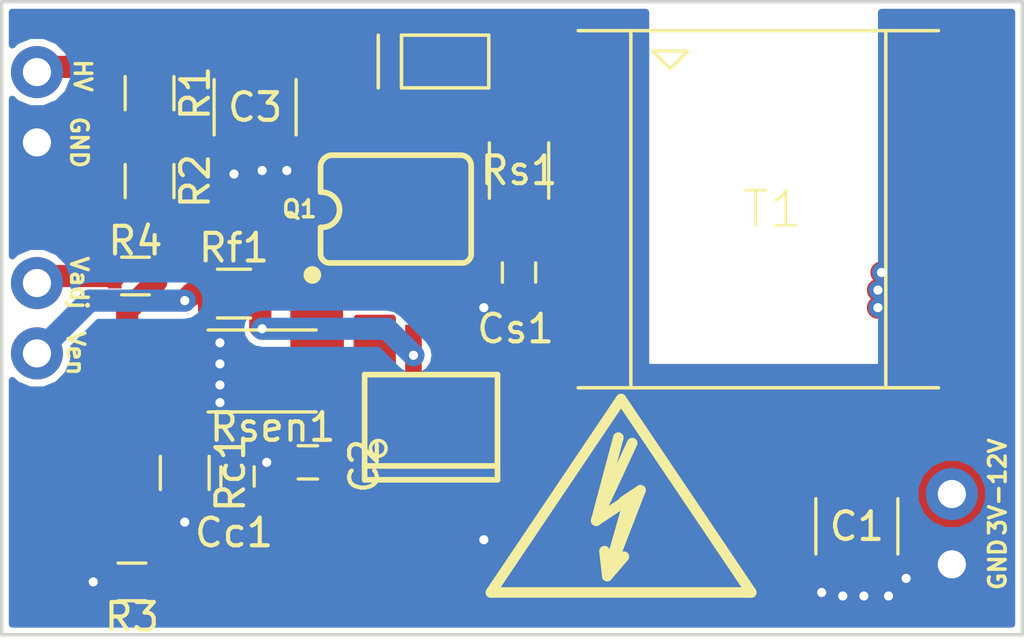
<source format=kicad_pcb>
(kicad_pcb (version 4) (host pcbnew 4.0.6)

  (general
    (links 43)
    (no_connects 0)
    (area 177.86858 60.896499 219.604527 85.203)
    (thickness 1.6002)
    (drawings 11)
    (tracks 144)
    (zones 0)
    (modules 22)
    (nets 20)
  )

  (page A4)
  (layers
    (0 F.Cu signal)
    (31 B.Cu signal)
    (34 B.Paste user)
    (35 F.Paste user)
    (36 B.SilkS user)
    (37 F.SilkS user)
    (38 B.Mask user)
    (39 F.Mask user)
    (44 Edge.Cuts user)
  )

  (setup
    (last_trace_width 0.254)
    (user_trace_width 0.1524)
    (user_trace_width 0.2)
    (user_trace_width 0.25)
    (user_trace_width 0.3)
    (user_trace_width 0.4)
    (user_trace_width 0.5)
    (user_trace_width 0.6)
    (user_trace_width 0.8)
    (trace_clearance 0.254)
    (zone_clearance 0.1524)
    (zone_45_only no)
    (trace_min 0.1524)
    (segment_width 0.127)
    (edge_width 0.127)
    (via_size 0.6858)
    (via_drill 0.3302)
    (via_min_size 0.6858)
    (via_min_drill 0.3302)
    (uvia_size 0.508)
    (uvia_drill 0.127)
    (uvias_allowed no)
    (uvia_min_size 0.508)
    (uvia_min_drill 0.127)
    (pcb_text_width 0.127)
    (pcb_text_size 0.6 0.6)
    (mod_edge_width 0.127)
    (mod_text_size 0.6 0.6)
    (mod_text_width 0.127)
    (pad_size 1.524 1.524)
    (pad_drill 0.762)
    (pad_to_mask_clearance 0.05)
    (pad_to_paste_clearance -0.04)
    (aux_axis_origin 0 0)
    (visible_elements 7FFEFF7F)
    (pcbplotparams
      (layerselection 0x010fc_80000001)
      (usegerberextensions true)
      (usegerberattributes true)
      (excludeedgelayer true)
      (linewidth 0.127000)
      (plotframeref false)
      (viasonmask false)
      (mode 1)
      (useauxorigin false)
      (hpglpennumber 1)
      (hpglpenspeed 20)
      (hpglpendiameter 15)
      (hpglpenoverlay 2)
      (psnegative false)
      (psa4output false)
      (plotreference true)
      (plotvalue true)
      (plotinvisibletext false)
      (padsonsilk false)
      (subtractmaskfromsilk false)
      (outputformat 1)
      (mirror false)
      (drillshape 0)
      (scaleselection 1)
      (outputdirectory CAM/))
  )

  (net 0 "")
  (net 1 Vin)
  (net 2 GND)
  (net 3 "Net-(C2-Pad1)")
  (net 4 Vout)
  (net 5 Ven)
  (net 6 Vadj)
  (net 7 "Net-(R1-Pad2)")
  (net 8 "Net-(R2-Pad2)")
  (net 9 "Net-(T1-Pad3)")
  (net 10 "Net-(T1-Pad12)")
  (net 11 "Net-(T1-Pad11)")
  (net 12 "Net-(T1-Pad10)")
  (net 13 "Net-(D1-PadA)")
  (net 14 "Net-(Cc1-Pad2)")
  (net 15 "Net-(Cc1-Pad1)")
  (net 16 "Net-(Cs1-Pad2)")
  (net 17 "Net-(Rf1-Pad2)")
  (net 18 "Net-(Q1-Pad5)")
  (net 19 "Net-(Q1-Pad4)")

  (net_class Default "Imperial - this is the standard class"
    (clearance 0.254)
    (trace_width 0.254)
    (via_dia 0.6858)
    (via_drill 0.3302)
    (uvia_dia 0.508)
    (uvia_drill 0.127)
    (add_net GND)
    (add_net "Net-(C2-Pad1)")
    (add_net "Net-(Cc1-Pad1)")
    (add_net "Net-(Cc1-Pad2)")
    (add_net "Net-(Cs1-Pad2)")
    (add_net "Net-(D1-PadA)")
    (add_net "Net-(Q1-Pad4)")
    (add_net "Net-(Q1-Pad5)")
    (add_net "Net-(R1-Pad2)")
    (add_net "Net-(R2-Pad2)")
    (add_net "Net-(Rf1-Pad2)")
    (add_net "Net-(T1-Pad10)")
    (add_net "Net-(T1-Pad11)")
    (add_net "Net-(T1-Pad12)")
    (add_net "Net-(T1-Pad3)")
    (add_net Vadj)
    (add_net Ven)
    (add_net Vin)
    (add_net Vout)
  )

  (net_class 0.2mm ""
    (clearance 0.2)
    (trace_width 0.2)
    (via_dia 0.6858)
    (via_drill 0.3302)
    (uvia_dia 0.508)
    (uvia_drill 0.127)
  )

  (net_class Minimal ""
    (clearance 0.1524)
    (trace_width 0.1524)
    (via_dia 0.6858)
    (via_drill 0.3302)
    (uvia_dia 0.508)
    (uvia_drill 0.127)
  )

  (module logos:mermaid_l (layer B.Cu) (tedit 0) (tstamp 59CC7DBC)
    (at 205.867 79.629 180)
    (fp_text reference G*** (at 0 0 180) (layer B.SilkS) hide
      (effects (font (thickness 0.3)) (justify mirror))
    )
    (fp_text value LOGO (at 0.75 0 180) (layer B.SilkS) hide
      (effects (font (thickness 0.3)) (justify mirror))
    )
    (fp_poly (pts (xy 0.016811 3.773536) (xy 0.035492 3.771585) (xy 0.039687 3.770741) (xy 0.079417 3.757244)
      (xy 0.111324 3.737775) (xy 0.124832 3.725513) (xy 0.142677 3.704599) (xy 0.153161 3.684612)
      (xy 0.15793 3.661447) (xy 0.15875 3.64097) (xy 0.158058 3.61993) (xy 0.155124 3.604749)
      (xy 0.148654 3.590748) (xy 0.141938 3.580059) (xy 0.122141 3.557766) (xy 0.098998 3.544256)
      (xy 0.074141 3.539962) (xy 0.049199 3.545313) (xy 0.036501 3.55221) (xy 0.025568 3.560763)
      (xy 0.019906 3.570026) (xy 0.017449 3.584153) (xy 0.016932 3.59157) (xy 0.016648 3.608477)
      (xy 0.018904 3.618133) (xy 0.024587 3.623743) (xy 0.026084 3.624592) (xy 0.039465 3.627784)
      (xy 0.050441 3.626922) (xy 0.059967 3.622881) (xy 0.061919 3.615123) (xy 0.060823 3.608777)
      (xy 0.060289 3.596153) (xy 0.064906 3.590901) (xy 0.073078 3.592235) (xy 0.083211 3.599369)
      (xy 0.093713 3.61152) (xy 0.102989 3.6279) (xy 0.103896 3.629997) (xy 0.108418 3.643365)
      (xy 0.108287 3.6547) (xy 0.103467 3.669685) (xy 0.087643 3.698859) (xy 0.064252 3.721926)
      (xy 0.050164 3.731216) (xy 0.036916 3.737802) (xy 0.022748 3.741623) (xy 0.004134 3.743365)
      (xy -0.014288 3.743716) (xy -0.040147 3.742911) (xy -0.057394 3.740394) (xy -0.064294 3.73724)
      (xy -0.073648 3.731439) (xy -0.077728 3.730626) (xy -0.088165 3.726605) (xy -0.102163 3.716065)
      (xy -0.117406 3.701291) (xy -0.131579 3.684564) (xy -0.142367 3.668169) (xy -0.143717 3.665542)
      (xy -0.151883 3.648712) (xy -0.159332 3.633251) (xy -0.163088 3.620111) (xy -0.165384 3.598867)
      (xy -0.16631 3.568514) (xy -0.166318 3.553876) (xy -0.166026 3.5265) (xy -0.165145 3.506715)
      (xy -0.163111 3.491529) (xy -0.159359 3.477949) (xy -0.153324 3.462983) (xy -0.14625 3.447521)
      (xy -0.121753 3.405235) (xy -0.0903 3.36927) (xy -0.051325 3.33924) (xy -0.004264 3.314759)
      (xy 0.051447 3.295441) (xy 0.089958 3.28602) (xy 0.119366 3.282227) (xy 0.156195 3.281263)
      (xy 0.197719 3.282946) (xy 0.241212 3.28709) (xy 0.283951 3.293513) (xy 0.321687 3.301638)
      (xy 0.342155 3.307861) (xy 0.360849 3.315263) (xy 0.376278 3.322945) (xy 0.386953 3.330006)
      (xy 0.391385 3.335547) (xy 0.388082 3.338667) (xy 0.383597 3.339042) (xy 0.373649 3.342219)
      (xy 0.357833 3.350734) (xy 0.338335 3.36306) (xy 0.317344 3.377673) (xy 0.297047 3.393046)
      (xy 0.279632 3.407655) (xy 0.267286 3.419973) (xy 0.26692 3.420407) (xy 0.246827 3.446164)
      (xy 0.232225 3.469838) (xy 0.221889 3.494463) (xy 0.214597 3.523071) (xy 0.209127 3.558694)
      (xy 0.208269 3.565849) (xy 0.208225 3.599519) (xy 0.214696 3.635439) (xy 0.226608 3.670269)
      (xy 0.242885 3.700666) (xy 0.257355 3.718587) (xy 0.284712 3.739246) (xy 0.316451 3.752322)
      (xy 0.350326 3.757709) (xy 0.384089 3.755304) (xy 0.415495 3.745003) (xy 0.441854 3.727116)
      (xy 0.456743 3.708989) (xy 0.464158 3.687733) (xy 0.465666 3.667574) (xy 0.46447 3.649678)
      (xy 0.459418 3.636679) (xy 0.44831 3.623019) (xy 0.447843 3.622523) (xy 0.432662 3.60928)
      (xy 0.418526 3.60395) (xy 0.413448 3.603625) (xy 0.394908 3.608269) (xy 0.381565 3.620647)
      (xy 0.375782 3.638431) (xy 0.375708 3.640833) (xy 0.378805 3.655072) (xy 0.386689 3.660815)
      (xy 0.397247 3.657238) (xy 0.40302 3.65151) (xy 0.411119 3.643576) (xy 0.417703 3.64383)
      (xy 0.420717 3.645984) (xy 0.426691 3.656909) (xy 0.428309 3.673525) (xy 0.425542 3.691863)
      (xy 0.421138 3.703294) (xy 0.410709 3.716673) (xy 0.399156 3.725521) (xy 0.381042 3.731036)
      (xy 0.358057 3.732598) (xy 0.335132 3.730244) (xy 0.318905 3.724949) (xy 0.298369 3.711409)
      (xy 0.278961 3.693672) (xy 0.264484 3.675356) (xy 0.26187 3.670693) (xy 0.258107 3.658302)
      (xy 0.255508 3.640465) (xy 0.254155 3.620218) (xy 0.254128 3.6006) (xy 0.25551 3.584648)
      (xy 0.258381 3.5754) (xy 0.259291 3.574521) (xy 0.263387 3.567227) (xy 0.264583 3.558334)
      (xy 0.266434 3.54854) (xy 0.269875 3.545417) (xy 0.274956 3.541344) (xy 0.275166 3.539772)
      (xy 0.278369 3.532005) (xy 0.286651 3.519125) (xy 0.298022 3.503894) (xy 0.310492 3.489074)
      (xy 0.315691 3.483521) (xy 0.332808 3.469181) (xy 0.356966 3.453086) (xy 0.385192 3.436898)
      (xy 0.41451 3.422278) (xy 0.441945 3.410886) (xy 0.451563 3.407656) (xy 0.513508 3.39253)
      (xy 0.572008 3.386659) (xy 0.6285 3.390216) (xy 0.684423 3.403376) (xy 0.741216 3.42631)
      (xy 0.78052 3.447259) (xy 0.817352 3.46804) (xy 0.848125 3.483558) (xy 0.875501 3.494552)
      (xy 0.902139 3.501759) (xy 0.9307 3.505917) (xy 0.963843 3.507764) (xy 0.999762 3.50806)
      (xy 1.029829 3.507596) (xy 1.058475 3.506543) (xy 1.08289 3.505047) (xy 1.100268 3.50325)
      (xy 1.103312 3.502746) (xy 1.124251 3.498943) (xy 1.148566 3.494739) (xy 1.16152 3.492588)
      (xy 1.183437 3.488718) (xy 1.205109 3.484407) (xy 1.21576 3.482026) (xy 1.242534 3.475574)
      (xy 1.261268 3.470981) (xy 1.27422 3.467665) (xy 1.283649 3.465044) (xy 1.29181 3.462534)
      (xy 1.293812 3.46189) (xy 1.330054 3.447173) (xy 1.362613 3.428217) (xy 1.390124 3.406284)
      (xy 1.411222 3.382636) (xy 1.42454 3.358536) (xy 1.428749 3.337087) (xy 1.430965 3.31796)
      (xy 1.436932 3.293293) (xy 1.445634 3.266996) (xy 1.4496 3.257021) (xy 1.460028 3.223921)
      (xy 1.465344 3.188889) (xy 1.465701 3.173183) (xy 1.465206 3.152449) (xy 1.465622 3.140318)
      (xy 1.467505 3.134815) (xy 1.471411 3.133966) (xy 1.476375 3.135313) (xy 1.485246 3.136563)
      (xy 1.485546 3.132317) (xy 1.477379 3.123141) (xy 1.473497 3.119686) (xy 1.464568 3.110292)
      (xy 1.463129 3.101507) (xy 1.465406 3.093994) (xy 1.472998 3.082438) (xy 1.485846 3.06985)
      (xy 1.491895 3.065257) (xy 1.507592 3.051442) (xy 1.513053 3.038041) (xy 1.508312 3.023896)
      (xy 1.493572 3.007997) (xy 1.481954 2.996879) (xy 1.477871 2.989625) (xy 1.480148 2.984092)
      (xy 1.480343 2.983889) (xy 1.48489 2.973373) (xy 1.486712 2.956585) (xy 1.485771 2.93749)
      (xy 1.482027 2.920051) (xy 1.481007 2.917281) (xy 1.468042 2.883178) (xy 1.459777 2.85676)
      (xy 1.455764 2.836468) (xy 1.455208 2.827306) (xy 1.451635 2.812089) (xy 1.440656 2.801224)
      (xy 1.433744 2.797314) (xy 1.425278 2.794661) (xy 1.41333 2.793085) (xy 1.395971 2.79241)
      (xy 1.371273 2.792457) (xy 1.349375 2.792809) (xy 1.31873 2.793255) (xy 1.296659 2.793112)
      (xy 1.281157 2.792186) (xy 1.270221 2.790279) (xy 1.261849 2.787196) (xy 1.255447 2.783626)
      (xy 1.244268 2.774775) (xy 1.238474 2.766405) (xy 1.23825 2.764974) (xy 1.235863 2.757876)
      (xy 1.233805 2.756959) (xy 1.229201 2.752098) (xy 1.223916 2.739092) (xy 1.218503 2.720308)
      (xy 1.213515 2.698112) (xy 1.209506 2.674871) (xy 1.207028 2.652951) (xy 1.2065 2.640132)
      (xy 1.207874 2.614203) (xy 1.211589 2.582523) (xy 1.217032 2.549504) (xy 1.222776 2.522803)
      (xy 1.235661 2.473043) (xy 1.247332 2.433315) (xy 1.257929 2.403156) (xy 1.259293 2.399771)
      (xy 1.264013 2.387513) (xy 1.269636 2.371955) (xy 1.270086 2.370667) (xy 1.278721 2.347809)
      (xy 1.289907 2.322021) (xy 1.304888 2.290463) (xy 1.308378 2.283355) (xy 1.317963 2.259043)
      (xy 1.323702 2.234224) (xy 1.325348 2.211548) (xy 1.322652 2.19366) (xy 1.317561 2.184909)
      (xy 1.307186 2.176016) (xy 1.292853 2.165074) (xy 1.277255 2.153968) (xy 1.263087 2.144581)
      (xy 1.253044 2.138797) (xy 1.250232 2.137834) (xy 1.242386 2.13401) (xy 1.231208 2.124466)
      (xy 1.219519 2.11209) (xy 1.21014 2.099773) (xy 1.206613 2.093154) (xy 1.204218 2.073293)
      (xy 1.210459 2.048342) (xy 1.211685 2.04523) (xy 1.220793 2.023791) (xy 1.23213 1.998543)
      (xy 1.244765 1.971403) (xy 1.257766 1.944284) (xy 1.270202 1.9191) (xy 1.281142 1.897767)
      (xy 1.289653 1.882198) (xy 1.294804 1.874308) (xy 1.294911 1.874195) (xy 1.300737 1.866426)
      (xy 1.30175 1.863411) (xy 1.305702 1.855954) (xy 1.316422 1.843726) (xy 1.332206 1.828296)
      (xy 1.351351 1.811235) (xy 1.372151 1.794113) (xy 1.392903 1.778501) (xy 1.397 1.775628)
      (xy 1.412481 1.764474) (xy 1.432822 1.749179) (xy 1.456251 1.731147) (xy 1.480994 1.711783)
      (xy 1.505277 1.692489) (xy 1.527327 1.674669) (xy 1.54537 1.659728) (xy 1.557633 1.649068)
      (xy 1.561041 1.645785) (xy 1.566531 1.641261) (xy 1.577559 1.632846) (xy 1.584854 1.62743)
      (xy 1.599074 1.616479) (xy 1.610642 1.606732) (xy 1.613958 1.603563) (xy 1.621166 1.597319)
      (xy 1.63503 1.586326) (xy 1.653625 1.57203) (xy 1.675029 1.555881) (xy 1.697317 1.539326)
      (xy 1.718566 1.523814) (xy 1.736854 1.510793) (xy 1.740958 1.507944) (xy 1.75542 1.497422)
      (xy 1.767734 1.487559) (xy 1.769672 1.48584) (xy 1.781335 1.477351) (xy 1.789516 1.473434)
      (xy 1.797549 1.469117) (xy 1.799166 1.466423) (xy 1.803588 1.462135) (xy 1.814535 1.456503)
      (xy 1.817687 1.455209) (xy 1.829662 1.449593) (xy 1.835937 1.444862) (xy 1.836208 1.4441)
      (xy 1.840779 1.440501) (xy 1.852852 1.434525) (xy 1.869967 1.42737) (xy 1.872824 1.426267)
      (xy 1.88894 1.420424) (xy 1.902804 1.416562) (xy 1.917198 1.414357) (xy 1.934907 1.413483)
      (xy 1.958714 1.413615) (xy 1.977334 1.414048) (xy 2.011477 1.415666) (xy 2.050591 1.418652)
      (xy 2.089221 1.422539) (xy 2.114726 1.425785) (xy 2.14488 1.42989) (xy 2.16751 1.432256)
      (xy 2.18552 1.432964) (xy 2.201812 1.432095) (xy 2.219288 1.429731) (xy 2.224528 1.428856)
      (xy 2.245404 1.424861) (xy 2.257747 1.421152) (xy 2.263552 1.416902) (xy 2.264833 1.412127)
      (xy 2.263508 1.406717) (xy 2.257986 1.403732) (xy 2.245944 1.402491) (xy 2.231409 1.402292)
      (xy 2.207764 1.401303) (xy 2.182238 1.398663) (xy 2.158033 1.394866) (xy 2.138355 1.390404)
      (xy 2.12725 1.386276) (xy 2.123304 1.383434) (xy 2.123829 1.381057) (xy 2.130164 1.378752)
      (xy 2.143652 1.376125) (xy 2.165634 1.37278) (xy 2.180166 1.370725) (xy 2.208747 1.366286)
      (xy 2.230983 1.361492) (xy 2.251087 1.355226) (xy 2.27327 1.34637) (xy 2.275416 1.345449)
      (xy 2.291879 1.337058) (xy 2.307873 1.326809) (xy 2.32072 1.316668) (xy 2.327745 1.308602)
      (xy 2.328333 1.306591) (xy 2.323743 1.304335) (xy 2.312281 1.304011) (xy 2.297402 1.305252)
      (xy 2.282566 1.307694) (xy 2.271229 1.31097) (xy 2.267743 1.312991) (xy 2.258675 1.31683)
      (xy 2.251604 1.317626) (xy 2.239817 1.320172) (xy 2.234786 1.323331) (xy 2.225761 1.326846)
      (xy 2.213884 1.326984) (xy 2.204136 1.325219) (xy 2.204029 1.323129) (xy 2.20927 1.320799)
      (xy 2.23606 1.310129) (xy 2.25511 1.301894) (xy 2.268643 1.294964) (xy 2.278885 1.288209)
      (xy 2.287322 1.281169) (xy 2.296853 1.2715) (xy 2.301715 1.264499) (xy 2.301875 1.263719)
      (xy 2.297454 1.259587) (xy 2.285098 1.260225) (xy 2.266162 1.265338) (xy 2.242005 1.274631)
      (xy 2.232778 1.27872) (xy 2.210862 1.287938) (xy 2.195226 1.292907) (xy 2.186673 1.293593)
      (xy 2.186011 1.289959) (xy 2.194044 1.28197) (xy 2.19612 1.28034) (xy 2.207237 1.273141)
      (xy 2.215319 1.270118) (xy 2.221801 1.265714) (xy 2.226876 1.256324) (xy 2.227791 1.251047)
      (xy 2.223516 1.248302) (xy 2.212505 1.249392) (xy 2.197482 1.253408) (xy 2.181171 1.259436)
      (xy 2.166296 1.266566) (xy 2.15558 1.273887) (xy 2.153708 1.275833) (xy 2.146702 1.280288)
      (xy 2.132687 1.286789) (xy 2.114695 1.294037) (xy 2.095756 1.300732) (xy 2.095124 1.300937)
      (xy 2.07869 1.304461) (xy 2.057774 1.306667) (xy 2.046312 1.307042) (xy 2.028903 1.306558)
      (xy 2.018807 1.304253) (xy 2.012768 1.298853) (xy 2.009183 1.29249) (xy 2.005287 1.278785)
      (xy 2.008579 1.265874) (xy 2.019902 1.252443) (xy 2.040101 1.237179) (xy 2.048014 1.232048)
      (xy 2.069352 1.218173) (xy 2.083328 1.207722) (xy 2.091758 1.198848) (xy 2.096459 1.189706)
      (xy 2.098878 1.180349) (xy 2.099775 1.168122) (xy 2.095521 1.163627) (xy 2.094838 1.16354)
      (xy 2.077123 1.165005) (xy 2.064663 1.173081) (xy 2.054291 1.180457) (xy 2.036679 1.190046)
      (xy 2.014573 1.20055) (xy 1.990717 1.210671) (xy 1.967857 1.219114) (xy 1.965854 1.219776)
      (xy 1.928101 1.233609) (xy 1.898307 1.248381) (xy 1.87387 1.26573) (xy 1.852189 1.287294)
      (xy 1.844908 1.29597) (xy 1.82922 1.314316) (xy 1.813605 1.330793) (xy 1.80082 1.342542)
      (xy 1.797992 1.344686) (xy 1.786309 1.353213) (xy 1.778836 1.359346) (xy 1.778 1.360236)
      (xy 1.771224 1.365606) (xy 1.75693 1.374794) (xy 1.736985 1.386729) (xy 1.713259 1.400343)
      (xy 1.687619 1.414565) (xy 1.661936 1.428326) (xy 1.638076 1.440557) (xy 1.635125 1.442019)
      (xy 1.587553 1.46584) (xy 1.546283 1.487396) (xy 1.507857 1.50852) (xy 1.481666 1.52353)
      (xy 1.464862 1.532936) (xy 1.450648 1.540248) (xy 1.443302 1.543429) (xy 1.435482 1.548118)
      (xy 1.434041 1.551076) (xy 1.429946 1.555562) (xy 1.42835 1.55575) (xy 1.421455 1.558368)
      (xy 1.407463 1.565519) (xy 1.388265 1.576151) (xy 1.365753 1.589212) (xy 1.341819 1.60365)
      (xy 1.338081 1.605957) (xy 1.328838 1.611626) (xy 1.314356 1.620452) (xy 1.303686 1.626934)
      (xy 1.289183 1.635949) (xy 1.278713 1.64286) (xy 1.275291 1.645485) (xy 1.269816 1.650117)
      (xy 1.258818 1.65865) (xy 1.251479 1.66417) (xy 1.234056 1.677274) (xy 1.220686 1.687881)
      (xy 1.208649 1.698391) (xy 1.195222 1.711206) (xy 1.177684 1.728725) (xy 1.173427 1.733021)
      (xy 1.154691 1.753203) (xy 1.136473 1.774958) (xy 1.121826 1.794574) (xy 1.117957 1.80049)
      (xy 1.107458 1.815879) (xy 1.098096 1.826821) (xy 1.091977 1.830917) (xy 1.085418 1.828569)
      (xy 1.084785 1.826948) (xy 1.081627 1.820717) (xy 1.073818 1.810294) (xy 1.071556 1.807605)
      (xy 1.063024 1.796859) (xy 1.058535 1.789598) (xy 1.058333 1.788759) (xy 1.055116 1.78268)
      (xy 1.048847 1.77503) (xy 1.038358 1.760344) (xy 1.026121 1.737991) (xy 1.013216 1.710506)
      (xy 1.00072 1.680421) (xy 0.989714 1.650268) (xy 0.981275 1.622581) (xy 0.977986 1.608667)
      (xy 0.968972 1.562362) (xy 0.962328 1.523365) (xy 0.95779 1.488735) (xy 0.955093 1.45553)
      (xy 0.953972 1.420809) (xy 0.954162 1.38163) (xy 0.954874 1.352021) (xy 0.955956 1.318336)
      (xy 0.957154 1.287144) (xy 0.958377 1.260422) (xy 0.959534 1.240144) (xy 0.960534 1.228284)
      (xy 0.960617 1.227667) (xy 0.961429 1.217554) (xy 0.962358 1.198447) (xy 0.96335 1.171939)
      (xy 0.964353 1.139617) (xy 0.96531 1.103071) (xy 0.96617 1.063891) (xy 0.966176 1.063625)
      (xy 0.966988 1.016579) (xy 0.967314 0.977779) (xy 0.967075 0.9449) (xy 0.96619 0.915612)
      (xy 0.964579 0.887587) (xy 0.962164 0.858498) (xy 0.958863 0.826017) (xy 0.95765 0.814917)
      (xy 0.951084 0.75682) (xy 0.945176 0.707679) (xy 0.939682 0.665903) (xy 0.934356 0.629902)
      (xy 0.928956 0.598088) (xy 0.923235 0.56887) (xy 0.916949 0.54066) (xy 0.912885 0.523875)
      (xy 0.906794 0.498662) (xy 0.901413 0.475129) (xy 0.897462 0.456489) (xy 0.895973 0.44834)
      (xy 0.892856 0.434708) (xy 0.889085 0.426281) (xy 0.888285 0.425538) (xy 0.884592 0.418555)
      (xy 0.883669 0.411115) (xy 0.882028 0.401383) (xy 0.877635 0.38436) (xy 0.871226 0.362746)
      (xy 0.866028 0.346605) (xy 0.857767 0.321534) (xy 0.84996 0.297435) (xy 0.843739 0.277819)
      (xy 0.841302 0.269875) (xy 0.836378 0.25453) (xy 0.832191 0.243342) (xy 0.830942 0.240771)
      (xy 0.827336 0.232696) (xy 0.822295 0.21902) (xy 0.820702 0.214313) (xy 0.81395 0.195276)
      (xy 0.806669 0.176625) (xy 0.80583 0.174625) (xy 0.798972 0.158321) (xy 0.792944 0.14374)
      (xy 0.792593 0.142875) (xy 0.786649 0.129107) (xy 0.782549 0.120458) (xy 0.778574 0.110063)
      (xy 0.777875 0.105842) (xy 0.775639 0.099184) (xy 0.769428 0.084596) (xy 0.759982 0.063622)
      (xy 0.748042 0.037806) (xy 0.734349 0.008691) (xy 0.719644 -0.022178) (xy 0.704668 -0.053257)
      (xy 0.690162 -0.083002) (xy 0.676867 -0.10987) (xy 0.665523 -0.132316) (xy 0.656873 -0.148797)
      (xy 0.651656 -0.157769) (xy 0.650888 -0.15875) (xy 0.64704 -0.164585) (xy 0.640139 -0.176579)
      (xy 0.635415 -0.185208) (xy 0.622667 -0.207639) (xy 0.605809 -0.235506) (xy 0.586295 -0.266573)
      (xy 0.565581 -0.298607) (xy 0.545121 -0.329373) (xy 0.52637 -0.356639) (xy 0.510784 -0.378168)
      (xy 0.504464 -0.386291) (xy 0.49882 -0.393433) (xy 0.48822 -0.406992) (xy 0.474188 -0.425014)
      (xy 0.458423 -0.445321) (xy 0.386268 -0.531586) (xy 0.305323 -0.615902) (xy 0.217382 -0.696433)
      (xy 0.193138 -0.716902) (xy 0.177764 -0.729736) (xy 0.165728 -0.739925) (xy 0.159212 -0.745619)
      (xy 0.15875 -0.74607) (xy 0.15364 -0.750212) (xy 0.141905 -0.75919) (xy 0.125441 -0.771566)
      (xy 0.111125 -0.782215) (xy 0.091503 -0.796811) (xy 0.074346 -0.809688) (xy 0.061903 -0.819151)
      (xy 0.057234 -0.822811) (xy 0.046348 -0.830914) (xy 0.033422 -0.839659) (xy 0.019429 -0.849492)
      (xy 0.008262 -0.85853) (xy -0.00115 -0.865562) (xy -0.006772 -0.867833) (xy -0.013177 -0.871028)
      (xy -0.024494 -0.879231) (xy -0.033185 -0.886354) (xy -0.046046 -0.896711) (xy -0.055853 -0.903433)
      (xy -0.059243 -0.904875) (xy -0.065136 -0.907527) (xy -0.076973 -0.9143) (xy -0.09191 -0.923419)
      (xy -0.107104 -0.933106) (xy -0.119711 -0.941585) (xy -0.126887 -0.947081) (xy -0.127 -0.947193)
      (xy -0.133129 -0.951521) (xy -0.142875 -0.957378) (xy -0.152011 -0.962765) (xy -0.168175 -0.972485)
      (xy -0.189376 -0.985333) (xy -0.213623 -1.000104) (xy -0.223801 -1.006326) (xy -0.247553 -1.020777)
      (xy -0.267952 -1.033032) (xy -0.283378 -1.04213) (xy -0.292207 -1.047106) (xy -0.293632 -1.04775)
      (xy -0.298902 -1.050229) (xy -0.310818 -1.056768) (xy -0.326931 -1.066017) (xy -0.328991 -1.067222)
      (xy -0.356603 -1.083148) (xy -0.386048 -1.099703) (xy -0.414493 -1.115327) (xy -0.439106 -1.128464)
      (xy -0.455084 -1.136599) (xy -0.467632 -1.14309) (xy -0.475484 -1.147821) (xy -0.47625 -1.148468)
      (xy -0.481786 -1.151903) (xy -0.494692 -1.158989) (xy -0.512891 -1.168607) (xy -0.529167 -1.177013)
      (xy -0.578322 -1.202179) (xy -0.622845 -1.225001) (xy -0.661951 -1.245075) (xy -0.694854 -1.261998)
      (xy -0.720769 -1.275365) (xy -0.73891 -1.284772) (xy -0.748492 -1.289816) (xy -0.748968 -1.290075)
      (xy -0.758048 -1.294813) (xy -0.773987 -1.302904) (xy -0.794153 -1.313017) (xy -0.80698 -1.3194)
      (xy -0.881231 -1.35675) (xy -0.94652 -1.390707) (xy -1.003734 -1.421745) (xy -1.05376 -1.450342)
      (xy -1.076855 -1.464177) (xy -1.090458 -1.471801) (xy -1.098021 -1.475597) (xy -1.105412 -1.479911)
      (xy -1.119579 -1.488876) (xy -1.138874 -1.501392) (xy -1.161647 -1.516359) (xy -1.18625 -1.532677)
      (xy -1.211035 -1.549246) (xy -1.234352 -1.564966) (xy -1.254552 -1.578737) (xy -1.269988 -1.58946)
      (xy -1.279009 -1.596033) (xy -1.280584 -1.5974) (xy -1.28583 -1.602217) (xy -1.296881 -1.611472)
      (xy -1.309688 -1.621833) (xy -1.369914 -1.675393) (xy -1.421218 -1.732685) (xy -1.463288 -1.79318)
      (xy -1.495811 -1.856346) (xy -1.518476 -1.921651) (xy -1.530971 -1.988566) (xy -1.532115 -2.00072)
      (xy -1.533533 -2.021291) (xy -1.533389 -2.03401) (xy -1.531178 -2.041555) (xy -1.526396 -2.046606)
      (xy -1.523028 -2.048937) (xy -1.508982 -2.055507) (xy -1.492365 -2.060056) (xy -1.492229 -2.060079)
      (xy -1.452691 -2.067475) (xy -1.418964 -2.075738) (xy -1.394355 -2.083271) (xy -1.372487 -2.090356)
      (xy -1.346337 -2.098616) (xy -1.322917 -2.10585) (xy -1.302468 -2.112199) (xy -1.284909 -2.117877)
      (xy -1.273608 -2.12179) (xy -1.272646 -2.122164) (xy -1.262724 -2.125949) (xy -1.246121 -2.132103)
      (xy -1.226116 -2.139411) (xy -1.222375 -2.140766) (xy -1.203039 -2.148094) (xy -1.187481 -2.154598)
      (xy -1.178496 -2.159093) (xy -1.177661 -2.159711) (xy -1.168071 -2.163984) (xy -1.164987 -2.164291)
      (xy -1.156849 -2.166561) (xy -1.141251 -2.172762) (xy -1.120145 -2.181983) (xy -1.095482 -2.193313)
      (xy -1.069213 -2.20584) (xy -1.043289 -2.218653) (xy -1.019661 -2.230841) (xy -1.002771 -2.240067)
      (xy -0.979183 -2.253619) (xy -0.954406 -2.268128) (xy -0.930964 -2.28209) (xy -0.911386 -2.293997)
      (xy -0.898196 -2.302344) (xy -0.897227 -2.302991) (xy -0.84537 -2.340492) (xy -0.792658 -2.383257)
      (xy -0.741528 -2.42907) (xy -0.694416 -2.475712) (xy -0.653759 -2.520968) (xy -0.642579 -2.534708)
      (xy -0.628634 -2.552018) (xy -0.616971 -2.565902) (xy -0.609232 -2.574434) (xy -0.607219 -2.576159)
      (xy -0.603295 -2.582213) (xy -0.60325 -2.582995) (xy -0.599953 -2.59017) (xy -0.592419 -2.599694)
      (xy -0.584795 -2.609595) (xy -0.573492 -2.626331) (xy -0.559985 -2.647494) (xy -0.545751 -2.670677)
      (xy -0.532266 -2.693472) (xy -0.521004 -2.713471) (xy -0.513442 -2.728265) (xy -0.512956 -2.729342)
      (xy -0.506925 -2.740667) (xy -0.501953 -2.746251) (xy -0.501417 -2.746375) (xy -0.497764 -2.750622)
      (xy -0.497417 -2.753524) (xy -0.495063 -2.76201) (xy -0.489037 -2.775934) (xy -0.484188 -2.785554)
      (xy -0.476676 -2.800966) (xy -0.471883 -2.81327) (xy -0.470959 -2.817651) (xy -0.468504 -2.82541)
      (xy -0.46699 -2.826631) (xy -0.463351 -2.832354) (xy -0.457475 -2.846051) (xy -0.450118 -2.865545)
      (xy -0.442034 -2.888659) (xy -0.433976 -2.913215) (xy -0.4267 -2.937036) (xy -0.420958 -2.957944)
      (xy -0.419645 -2.963333) (xy -0.414816 -2.982772) (xy -0.410227 -2.999259) (xy -0.40721 -3.008312)
      (xy -0.403349 -3.020934) (xy -0.400065 -3.036847) (xy -0.399977 -3.037416) (xy -0.397973 -3.049953)
      (xy -0.394675 -3.070065) (xy -0.390554 -3.094892) (xy -0.386442 -3.119437) (xy -0.382507 -3.145522)
      (xy -0.379552 -3.172135) (xy -0.377442 -3.20146) (xy -0.376041 -3.23568) (xy -0.375217 -3.276977)
      (xy -0.374941 -3.306237) (xy -0.374907 -3.341428) (xy -0.375253 -3.373114) (xy -0.375932 -3.399753)
      (xy -0.376895 -3.4198) (xy -0.378095 -3.431711) (xy -0.378888 -3.43429) (xy -0.385103 -3.433466)
      (xy -0.398593 -3.427213) (xy -0.41801 -3.416235) (xy -0.441209 -3.401752) (xy -0.483878 -3.374892)
      (xy -0.526415 -3.34985) (xy -0.571041 -3.325433) (xy -0.619976 -3.30045) (xy -0.67544 -3.27371)
      (xy -0.709084 -3.258031) (xy -0.744498 -3.241758) (xy -0.773275 -3.228687) (xy -0.794644 -3.21916)
      (xy -0.807839 -3.213522) (xy -0.812017 -3.212041) (xy -0.817473 -3.210007) (xy -0.830202 -3.204577)
      (xy -0.847855 -3.196764) (xy -0.855541 -3.193302) (xy -0.87586 -3.184131) (xy -0.893504 -3.176218)
      (xy -0.905456 -3.170914) (xy -0.907521 -3.170016) (xy -0.918356 -3.165316) (xy -0.934412 -3.158299)
      (xy -0.944563 -3.153846) (xy -0.976212 -3.140021) (xy -0.999364 -3.130101) (xy -1.015151 -3.123604)
      (xy -1.018646 -3.12224) (xy -1.034695 -3.115354) (xy -1.057193 -3.104752) (xy -1.083338 -3.091857)
      (xy -1.110325 -3.078089) (xy -1.135352 -3.064868) (xy -1.155614 -3.053616) (xy -1.164167 -3.048495)
      (xy -1.18064 -3.036718) (xy -1.199817 -3.020816) (xy -1.220061 -3.002427) (xy -1.239737 -2.983188)
      (xy -1.257209 -2.964736) (xy -1.27084 -2.948708) (xy -1.278994 -2.936743) (xy -1.280584 -2.931984)
      (xy -1.284494 -2.925639) (xy -1.284991 -2.925409) (xy -1.290019 -2.9202) (xy -1.298403 -2.9087)
      (xy -1.308276 -2.893826) (xy -1.317775 -2.878494) (xy -1.325035 -2.865619) (xy -1.32819 -2.858117)
      (xy -1.328209 -2.857838) (xy -1.332 -2.851529) (xy -1.332427 -2.851326) (xy -1.337013 -2.84591)
      (xy -1.344025 -2.834059) (xy -1.348297 -2.82575) (xy -1.354863 -2.813311) (xy -1.359169 -2.807024)
      (xy -1.360124 -2.807229) (xy -1.360267 -2.814002) (xy -1.360556 -2.829563) (xy -1.360961 -2.852114)
      (xy -1.361448 -2.879861) (xy -1.36193 -2.90777) (xy -1.363484 -2.959059) (xy -1.366614 -3.002125)
      (xy -1.371909 -3.039285) (xy -1.379955 -3.072855) (xy -1.391341 -3.105149) (xy -1.406655 -3.138482)
      (xy -1.426484 -3.175172) (xy -1.432473 -3.185583) (xy -1.441516 -3.200851) (xy -1.454792 -3.222887)
      (xy -1.470945 -3.249473) (xy -1.488616 -3.278392) (xy -1.506447 -3.307427) (xy -1.523079 -3.334361)
      (xy -1.537156 -3.356975) (xy -1.546782 -3.372217) (xy -1.556574 -3.387882) (xy -1.563588 -3.399817)
      (xy -1.566333 -3.405482) (xy -1.566334 -3.405513) (xy -1.569332 -3.411428) (xy -1.571875 -3.414671)
      (xy -1.578955 -3.424037) (xy -1.58836 -3.437955) (xy -1.598309 -3.453578) (xy -1.607021 -3.468061)
      (xy -1.612717 -3.478559) (xy -1.613959 -3.481937) (xy -1.617841 -3.488012) (xy -1.618012 -3.48809)
      (xy -1.62267 -3.49336) (xy -1.6306 -3.505128) (xy -1.640113 -3.520543) (xy -1.649522 -3.536754)
      (xy -1.657137 -3.550911) (xy -1.661271 -3.560162) (xy -1.661584 -3.56167) (xy -1.66483 -3.566534)
      (xy -1.665553 -3.566624) (xy -1.670608 -3.570852) (xy -1.67527 -3.57853) (xy -1.6797 -3.587499)
      (xy -1.687831 -3.603801) (xy -1.698602 -3.625313) (xy -1.710953 -3.649918) (xy -1.714283 -3.656541)
      (xy -1.728714 -3.685357) (xy -1.739369 -3.707018) (xy -1.747301 -3.723791) (xy -1.753561 -3.73794)
      (xy -1.759201 -3.751728) (xy -1.762834 -3.761052) (xy -1.768776 -3.776191) (xy -1.77226 -3.784864)
      (xy -1.776532 -3.796565) (xy -1.782292 -3.813799) (xy -1.786124 -3.825875) (xy -1.794107 -3.850123)
      (xy -1.800605 -3.864974) (xy -1.806629 -3.871317) (xy -1.813196 -3.870039) (xy -1.821317 -3.862026)
      (xy -1.823851 -3.858896) (xy -1.834996 -3.845041) (xy -1.845018 -3.832935) (xy -1.860304 -3.814747)
      (xy -1.871524 -3.80089) (xy -1.881557 -3.787711) (xy -1.892096 -3.773209) (xy -1.901907 -3.758672)
      (xy -1.908513 -3.747198) (xy -1.910292 -3.74234) (xy -1.913744 -3.735549) (xy -1.9147 -3.735034)
      (xy -1.920879 -3.728832) (xy -1.93058 -3.714612) (xy -1.942942 -3.693993) (xy -1.957108 -3.668592)
      (xy -1.972218 -3.640026) (xy -1.987415 -3.609913) (xy -2.001841 -3.579871) (xy -2.014636 -3.551517)
      (xy -2.02375 -3.529541) (xy -2.030337 -3.513335) (xy -2.036097 -3.500143) (xy -2.037835 -3.49654)
      (xy -2.041998 -3.483106) (xy -2.042584 -3.477009) (xy -2.044998 -3.466849) (xy -2.047875 -3.463395)
      (xy -2.052009 -3.456083) (xy -2.053167 -3.44752) (xy -2.054935 -3.436601) (xy -2.057874 -3.432007)
      (xy -2.06186 -3.425217) (xy -2.065111 -3.412716) (xy -2.06525 -3.411851) (xy -2.068334 -3.396797)
      (xy -2.073297 -3.37719) (xy -2.076624 -3.3655) (xy -2.081421 -3.348705) (xy -2.085851 -3.331208)
      (xy -2.090465 -3.310549) (xy -2.095814 -3.284268) (xy -2.102103 -3.251729) (xy -2.104118 -3.235184)
      (xy -2.105738 -3.210034) (xy -2.106964 -3.178127) (xy -2.107796 -3.141317) (xy -2.108236 -3.101454)
      (xy -2.108284 -3.060389) (xy -2.107942 -3.019973) (xy -2.10721 -2.982059) (xy -2.10609 -2.948496)
      (xy -2.104582 -2.921137) (xy -2.102689 -2.901833) (xy -2.101907 -2.897187) (xy -2.097408 -2.875018)
      (xy -2.092897 -2.852736) (xy -2.090653 -2.841625) (xy -2.086154 -2.822216) (xy -2.080107 -2.799624)
      (xy -2.076886 -2.788708) (xy -2.071304 -2.769055) (xy -2.066835 -2.750617) (xy -2.06525 -2.742357)
      (xy -2.062104 -2.729658) (xy -2.058113 -2.722367) (xy -2.057874 -2.722201) (xy -2.054205 -2.715199)
      (xy -2.053167 -2.706687) (xy -2.05117 -2.695606) (xy -2.047875 -2.690812) (xy -2.043441 -2.683353)
      (xy -2.042584 -2.677199) (xy -2.040167 -2.663351) (xy -2.037938 -2.657667) (xy -2.028974 -2.638529)
      (xy -2.021574 -2.620201) (xy -2.016995 -2.605971) (xy -2.016125 -2.600674) (xy -2.013211 -2.593748)
      (xy -2.010834 -2.592916) (xy -2.005838 -2.588784) (xy -2.005542 -2.586757) (xy -2.003029 -2.576598)
      (xy -1.996034 -2.558966) (xy -1.985376 -2.535552) (xy -1.971874 -2.508043) (xy -1.956348 -2.478128)
      (xy -1.939615 -2.447495) (xy -1.928989 -2.428875) (xy -1.917739 -2.409493) (xy -1.907325 -2.391511)
      (xy -1.899972 -2.378766) (xy -1.899878 -2.378604) (xy -1.893802 -2.368895) (xy -1.883596 -2.35347)
      (xy -1.870613 -2.334284) (xy -1.856206 -2.313291) (xy -1.841728 -2.292446) (xy -1.828532 -2.273702)
      (xy -1.817969 -2.259015) (xy -1.811394 -2.250337) (xy -1.810149 -2.248958) (xy -1.805415 -2.243477)
      (xy -1.79682 -2.232467) (xy -1.79131 -2.225145) (xy -1.770344 -2.198459) (xy -1.747083 -2.172196)
      (xy -1.730055 -2.154423) (xy -1.712724 -2.135815) (xy -1.701877 -2.120706) (xy -1.696021 -2.105635)
      (xy -1.693663 -2.087143) (xy -1.693294 -2.069187) (xy -1.691985 -2.037889) (xy -1.688457 -2.002483)
      (xy -1.683224 -1.966327) (xy -1.6768 -1.932777) (xy -1.669697 -1.905193) (xy -1.666961 -1.897062)
      (xy -1.662846 -1.885204) (xy -1.657579 -1.869155) (xy -1.656354 -1.865312) (xy -1.651279 -1.851164)
      (xy -1.643761 -1.832422) (xy -1.634898 -1.811569) (xy -1.62579 -1.791087) (xy -1.617537 -1.773458)
      (xy -1.611237 -1.761167) (xy -1.608328 -1.756833) (xy -1.603622 -1.750578) (xy -1.598123 -1.740958)
      (xy -1.589342 -1.72555) (xy -1.577322 -1.706415) (xy -1.564213 -1.686774) (xy -1.552167 -1.669852)
      (xy -1.543395 -1.658937) (xy -1.533701 -1.647808) (xy -1.522115 -1.633534) (xy -1.519492 -1.630166)
      (xy -1.508995 -1.617837) (xy -1.49282 -1.600341) (xy -1.47301 -1.579751) (xy -1.451607 -1.558137)
      (xy -1.430655 -1.537571) (xy -1.412197 -1.520124) (xy -1.401731 -1.51077) (xy -1.357403 -1.473157)
      (xy -1.318621 -1.441319) (xy -1.283358 -1.413642) (xy -1.249585 -1.38851) (xy -1.235605 -1.378502)
      (xy -1.217641 -1.365669) (xy -1.202341 -1.354536) (xy -1.192293 -1.346995) (xy -1.190625 -1.345662)
      (xy -1.183402 -1.340435) (xy -1.169185 -1.33075) (xy -1.149876 -1.317883) (xy -1.127377 -1.303113)
      (xy -1.121834 -1.299504) (xy -1.099035 -1.284586) (xy -1.079146 -1.271389) (xy -1.06401 -1.261148)
      (xy -1.05547 -1.255099) (xy -1.054588 -1.254392) (xy -1.047619 -1.249468) (xy -1.045761 -1.248833)
      (xy -1.040676 -1.246146) (xy -1.028295 -1.238745) (xy -1.010238 -1.227621) (xy -0.988122 -1.213767)
      (xy -0.976637 -1.2065) (xy -0.952911 -1.191648) (xy -0.932191 -1.179074) (xy -0.916177 -1.169778)
      (xy -0.90657 -1.164761) (xy -0.904767 -1.164166) (xy -0.899734 -1.160136) (xy -0.899584 -1.158875)
      (xy -0.895597 -1.153736) (xy -0.894346 -1.153583) (xy -0.887735 -1.150891) (xy -0.874734 -1.143728)
      (xy -0.857782 -1.133462) (xy -0.851959 -1.12977) (xy -0.834261 -1.118806) (xy -0.819739 -1.110508)
      (xy -0.810832 -1.106246) (xy -0.809571 -1.105958) (xy -0.804486 -1.101929) (xy -0.804334 -1.100666)
      (xy -0.800255 -1.095592) (xy -0.798646 -1.095375) (xy -0.791821 -1.09266) (xy -0.778679 -1.085443)
      (xy -0.761693 -1.075108) (xy -0.756148 -1.071562) (xy -0.738568 -1.060567) (xy -0.724176 -1.05226)
      (xy -0.715403 -1.048021) (xy -0.71421 -1.04775) (xy -0.709232 -1.043718) (xy -0.709084 -1.042458)
      (xy -0.704956 -1.037455) (xy -0.702969 -1.037166) (xy -0.695181 -1.034173) (xy -0.683284 -1.026712)
      (xy -0.679509 -1.023937) (xy -0.668048 -1.015672) (xy -0.660434 -1.011056) (xy -0.659331 -1.010708)
      (xy -0.653835 -1.007882) (xy -0.641094 -1.000045) (xy -0.6226 -0.988159) (xy -0.599846 -0.973185)
      (xy -0.574324 -0.956086) (xy -0.569023 -0.9525) (xy -0.557684 -0.944904) (xy -0.542121 -0.934585)
      (xy -0.53398 -0.929219) (xy -0.520479 -0.919753) (xy -0.511223 -0.912158) (xy -0.508882 -0.909375)
      (xy -0.502806 -0.905063) (xy -0.500945 -0.904868) (xy -0.493268 -0.901638) (xy -0.481934 -0.89363)
      (xy -0.478896 -0.891087) (xy -0.464832 -0.879737) (xy -0.447329 -0.866715) (xy -0.439209 -0.861015)
      (xy -0.425484 -0.851373) (xy -0.415678 -0.844018) (xy -0.41275 -0.841444) (xy -0.407253 -0.836619)
      (xy -0.396216 -0.827997) (xy -0.388973 -0.822574) (xy -0.341604 -0.784681) (xy -0.290518 -0.738376)
      (xy -0.236734 -0.68471) (xy -0.18127 -0.624736) (xy -0.125146 -0.559505) (xy -0.079249 -0.502708)
      (xy -0.062944 -0.482084) (xy -0.048225 -0.463696) (xy -0.036765 -0.449621) (xy -0.030459 -0.442179)
      (xy -0.023368 -0.431882) (xy -0.021167 -0.424981) (xy -0.018643 -0.418596) (xy -0.017024 -0.418041)
      (xy -0.012737 -0.413871) (xy -0.003884 -0.402445) (xy 0.008345 -0.385385) (xy 0.02276 -0.364315)
      (xy 0.026632 -0.35851) (xy 0.041431 -0.336511) (xy 0.054315 -0.317912) (xy 0.064091 -0.304396)
      (xy 0.069565 -0.297645) (xy 0.070114 -0.297215) (xy 0.074035 -0.291159) (xy 0.074083 -0.290346)
      (xy 0.076736 -0.283466) (xy 0.083632 -0.270748) (xy 0.091547 -0.257714) (xy 0.102346 -0.239365)
      (xy 0.115584 -0.21485) (xy 0.130278 -0.186213) (xy 0.145448 -0.155497) (xy 0.16011 -0.124745)
      (xy 0.173285 -0.096002) (xy 0.18399 -0.07131) (xy 0.191243 -0.052712) (xy 0.193484 -0.045513)
      (xy 0.197682 -0.034152) (xy 0.201669 -0.028741) (xy 0.205337 -0.021741) (xy 0.206375 -0.013229)
      (xy 0.208372 -0.002148) (xy 0.211666 0.002646) (xy 0.2158 0.009959) (xy 0.216958 0.018521)
      (xy 0.218707 0.029427) (xy 0.221618 0.034006) (xy 0.226345 0.040984) (xy 0.228918 0.04887)
      (xy 0.231739 0.060368) (xy 0.236316 0.077762) (xy 0.240367 0.092605) (xy 0.247231 0.117947)
      (xy 0.252872 0.140561) (xy 0.257696 0.162643) (xy 0.262109 0.186386) (xy 0.26652 0.213986)
      (xy 0.271334 0.247637) (xy 0.276959 0.289534) (xy 0.277158 0.291042) (xy 0.279143 0.307953)
      (xy 0.280721 0.326151) (xy 0.281912 0.346792) (xy 0.282732 0.371028) (xy 0.283201 0.400014)
      (xy 0.283335 0.434902) (xy 0.283155 0.476848) (xy 0.282677 0.527004) (xy 0.281919 0.586524)
      (xy 0.281871 0.590021) (xy 0.280817 0.668263) (xy 0.279976 0.736714) (xy 0.279351 0.796164)
      (xy 0.27895 0.847403) (xy 0.278775 0.891222) (xy 0.278833 0.928411) (xy 0.27913 0.95976)
      (xy 0.279669 0.98606) (xy 0.280456 1.008101) (xy 0.281497 1.026673) (xy 0.282796 1.042566)
      (xy 0.284358 1.05657) (xy 0.284942 1.06098) (xy 0.297069 1.131924) (xy 0.313618 1.197918)
      (xy 0.335296 1.260302) (xy 0.362808 1.320418) (xy 0.396861 1.379608) (xy 0.438161 1.439214)
      (xy 0.487415 1.500576) (xy 0.54533 1.565038) (xy 0.556622 1.576962) (xy 0.571889 1.593799)
      (xy 0.588801 1.613773) (xy 0.605779 1.634854) (xy 0.621245 1.655014) (xy 0.633622 1.672222)
      (xy 0.64133 1.68445) (xy 0.642883 1.687872) (xy 0.647632 1.696514) (xy 0.651231 1.698625)
      (xy 0.655904 1.702758) (xy 0.656166 1.704713) (xy 0.658273 1.712465) (xy 0.663743 1.726431)
      (xy 0.66995 1.740431) (xy 0.679445 1.760986) (xy 0.686351 1.776958) (xy 0.691404 1.790974)
      (xy 0.695338 1.805658) (xy 0.698888 1.823636) (xy 0.702789 1.847531) (xy 0.706279 1.870204)
      (xy 0.708109 1.886353) (xy 0.709859 1.90944) (xy 0.711482 1.937742) (xy 0.712929 1.969535)
      (xy 0.714153 2.003095) (xy 0.715105 2.036697) (xy 0.715739 2.068617) (xy 0.716006 2.097132)
      (xy 0.715859 2.120517) (xy 0.715249 2.137049) (xy 0.714129 2.145003) (xy 0.713908 2.145356)
      (xy 0.708768 2.143798) (xy 0.698741 2.136854) (xy 0.692988 2.132102) (xy 0.677752 2.11919)
      (xy 0.662807 2.106979) (xy 0.659722 2.104542) (xy 0.644712 2.09195) (xy 0.6254 2.074498)
      (xy 0.603554 2.053924) (xy 0.58094 2.031963) (xy 0.559323 2.010354) (xy 0.540471 1.990833)
      (xy 0.526149 1.975137) (xy 0.518687 1.965855) (xy 0.508099 1.948803) (xy 0.494021 1.923387)
      (xy 0.476268 1.889251) (xy 0.454654 1.846039) (xy 0.434343 1.804459) (xy 0.423109 1.781725)
      (xy 0.411978 1.759961) (xy 0.402815 1.742792) (xy 0.400288 1.738313) (xy 0.389828 1.720095)
      (xy 0.378311 1.699797) (xy 0.374676 1.693334) (xy 0.363842 1.674062) (xy 0.352669 1.654273)
      (xy 0.349314 1.648355) (xy 0.335039 1.622699) (xy 0.319232 1.593434) (xy 0.302642 1.562044)
      (xy 0.286023 1.530012) (xy 0.270125 1.498822) (xy 0.255699 1.469959) (xy 0.243498 1.444906)
      (xy 0.234271 1.425146) (xy 0.228772 1.412164) (xy 0.227541 1.407866) (xy 0.225306 1.398602)
      (xy 0.222867 1.39296) (xy 0.201376 1.339348) (xy 0.189951 1.283412) (xy 0.188752 1.226398)
      (xy 0.195385 1.18029) (xy 0.2022 1.13901) (xy 0.205842 1.093859) (xy 0.206289 1.048238)
      (xy 0.20352 1.005548) (xy 0.197512 0.969191) (xy 0.196747 0.966088) (xy 0.191333 0.947758)
      (xy 0.1859 0.933965) (xy 0.18156 0.9275) (xy 0.181303 0.927386) (xy 0.174123 0.929904)
      (xy 0.167478 0.940698) (xy 0.162213 0.95747) (xy 0.159172 0.977916) (xy 0.15875 0.988847)
      (xy 0.158142 1.012452) (xy 0.155993 1.026807) (xy 0.15181 1.033193) (xy 0.145103 1.032891)
      (xy 0.142346 1.031592) (xy 0.13419 1.023995) (xy 0.132291 1.01846) (xy 0.129374 1.011538)
      (xy 0.127 1.010709) (xy 0.122551 1.006327) (xy 0.121708 1.001184) (xy 0.11948 0.990273)
      (xy 0.117382 0.986632) (xy 0.112498 0.976164) (xy 0.107634 0.957246) (xy 0.103184 0.932003)
      (xy 0.099545 0.90256) (xy 0.097725 0.881063) (xy 0.094276 0.84497) (xy 0.089259 0.817372)
      (xy 0.082218 0.796243) (xy 0.075916 0.784335) (xy 0.069791 0.776199) (xy 0.064558 0.776551)
      (xy 0.059576 0.781043) (xy 0.056289 0.785767) (xy 0.053877 0.793433) (xy 0.052189 0.805604)
      (xy 0.051074 0.823841) (xy 0.050381 0.849707) (xy 0.049999 0.880416) (xy 0.049378 0.917606)
      (xy 0.048183 0.94444) (xy 0.046281 0.961137) (xy 0.043537 0.967916) (xy 0.039815 0.964995)
      (xy 0.034983 0.952594) (xy 0.028906 0.930931) (xy 0.026024 0.919428) (xy 0.016984 0.882642)
      (xy 0.008774 0.849581) (xy 0.003732 0.829449) (xy -0.003201 0.808135) (xy -0.012473 0.787288)
      (xy -0.017906 0.777856) (xy -0.02995 0.762264) (xy -0.038759 0.75671) (xy -0.0443 0.761144)
      (xy -0.046541 0.775516) (xy -0.04545 0.799778) (xy -0.043483 0.816822) (xy -0.039961 0.841105)
      (xy -0.03601 0.86496) (xy -0.032428 0.883593) (xy -0.032111 0.885032) (xy -0.027421 0.906055)
      (xy -0.022699 0.92747) (xy -0.021566 0.932657) (xy -0.017028 0.95257) (xy -0.012228 0.972306)
      (xy -0.011534 0.975018) (xy -0.009217 0.988299) (xy -0.009851 0.996595) (xy -0.010556 0.997462)
      (xy -0.016599 0.995495) (xy -0.024534 0.984036) (xy -0.033891 0.963908) (xy -0.042156 0.941917)
      (xy -0.056126 0.903277) (xy -0.068019 0.873951) (xy -0.078359 0.852994) (xy -0.087666 0.839461)
      (xy -0.096462 0.832407) (xy -0.103494 0.830792) (xy -0.108124 0.831954) (xy -0.110356 0.836915)
      (xy -0.110511 0.847891) (xy -0.108915 0.867098) (xy -0.108871 0.867551) (xy -0.105151 0.893384)
      (xy -0.099316 0.921804) (xy -0.094452 0.940311) (xy -0.086855 0.966131) (xy -0.08221 0.983451)
      (xy -0.080209 0.993842) (xy -0.080543 0.998871) (xy -0.082727 1.000114) (xy -0.088018 0.99607)
      (xy -0.096691 0.985697) (xy -0.103188 0.976614) (xy -0.11491 0.961645) (xy -0.126449 0.950751)
      (xy -0.136032 0.94513) (xy -0.141887 0.945979) (xy -0.142875 0.949783) (xy -0.139353 0.968152)
      (xy -0.128938 0.993874) (xy -0.111859 1.026474) (xy -0.088345 1.065476) (xy -0.08424 1.071906)
      (xy -0.069449 1.095093) (xy -0.056948 1.115018) (xy -0.047748 1.130045) (xy -0.042859 1.138536)
      (xy -0.042334 1.139773) (xy -0.0394 1.147465) (xy -0.03167 1.161142) (xy -0.020754 1.178366)
      (xy -0.008261 1.196698) (xy 0.004198 1.213698) (xy 0.015015 1.226928) (xy 0.015614 1.227589)
      (xy 0.035502 1.253311) (xy 0.054074 1.285839) (xy 0.071917 1.326373) (xy 0.089618 1.376111)
      (xy 0.092085 1.383771) (xy 0.100204 1.408837) (xy 0.10757 1.430801) (xy 0.113399 1.447369)
      (xy 0.116902 1.456249) (xy 0.117007 1.45646) (xy 0.121128 1.469896) (xy 0.121708 1.475991)
      (xy 0.124122 1.486151) (xy 0.127 1.489605) (xy 0.131544 1.497115) (xy 0.132291 1.502488)
      (xy 0.134356 1.512297) (xy 0.139708 1.527887) (xy 0.14552 1.542014) (xy 0.152613 1.559701)
      (xy 0.157415 1.574829) (xy 0.15875 1.582432) (xy 0.161222 1.596285) (xy 0.163585 1.602124)
      (xy 0.167234 1.611105) (xy 0.172891 1.627325) (xy 0.179794 1.648337) (xy 0.187182 1.671693)
      (xy 0.194295 1.694943) (xy 0.200372 1.715641) (xy 0.20465 1.731336) (xy 0.206369 1.739581)
      (xy 0.206375 1.739772) (xy 0.208666 1.749898) (xy 0.2111 1.755583) (xy 0.214697 1.764533)
      (xy 0.220366 1.7808) (xy 0.227143 1.801565) (xy 0.230537 1.812396) (xy 0.237292 1.833731)
      (xy 0.243181 1.85136) (xy 0.247336 1.862728) (xy 0.24852 1.865313) (xy 0.25211 1.873405)
      (xy 0.257059 1.887109) (xy 0.258594 1.891771) (xy 0.263343 1.904355) (xy 0.270883 1.92204)
      (xy 0.279987 1.942204) (xy 0.289428 1.962225) (xy 0.297979 1.979482) (xy 0.304412 1.991353)
      (xy 0.306897 1.994959) (xy 0.310978 2.001097) (xy 0.317183 2.012331) (xy 0.317506 2.012955)
      (xy 0.323637 2.021587) (xy 0.33586 2.036253) (xy 0.352841 2.055444) (xy 0.373248 2.077653)
      (xy 0.394685 2.100267) (xy 0.41819 2.124816) (xy 0.440664 2.148513) (xy 0.460467 2.169612)
      (xy 0.475962 2.186371) (xy 0.484645 2.196042) (xy 0.49614 2.209198) (xy 0.504726 2.21891)
      (xy 0.508 2.2225) (xy 0.512442 2.227744) (xy 0.521402 2.238789) (xy 0.531633 2.251605)
      (xy 0.542991 2.265738) (xy 0.551765 2.276315) (xy 0.555725 2.280709) (xy 0.560441 2.286207)
      (xy 0.56898 2.29725) (xy 0.574395 2.304521) (xy 0.583932 2.317297) (xy 0.590836 2.326194)
      (xy 0.592666 2.328334) (xy 0.597157 2.333811) (xy 0.605579 2.344813) (xy 0.611057 2.352146)
      (xy 0.622421 2.366983) (xy 0.63284 2.379784) (xy 0.636162 2.383571) (xy 0.643333 2.393831)
      (xy 0.645583 2.400769) (xy 0.648791 2.407145) (xy 0.650875 2.407709) (xy 0.656013 2.411696)
      (xy 0.656166 2.412946) (xy 0.658858 2.419558) (xy 0.666021 2.432558) (xy 0.676287 2.449511)
      (xy 0.679979 2.455334) (xy 0.690893 2.47268) (xy 0.699175 2.486449) (xy 0.703475 2.494375)
      (xy 0.703791 2.49533) (xy 0.706432 2.500918) (xy 0.713332 2.512731) (xy 0.722312 2.527128)
      (xy 0.731857 2.542734) (xy 0.738544 2.554972) (xy 0.740833 2.560829) (xy 0.744408 2.567142)
      (xy 0.744802 2.567341) (xy 0.74945 2.572365) (xy 0.757951 2.583929) (xy 0.76853 2.599607)
      (xy 0.769341 2.600855) (xy 0.807776 2.651169) (xy 0.852402 2.693422) (xy 0.902482 2.727083)
      (xy 0.957283 2.751622) (xy 0.992187 2.76176) (xy 1.013863 2.769138) (xy 1.027357 2.780083)
      (xy 1.03494 2.796505) (xy 1.035341 2.798038) (xy 1.03497 2.80973) (xy 1.030006 2.820484)
      (xy 1.022677 2.825688) (xy 1.021966 2.825726) (xy 1.016441 2.822402) (xy 1.006339 2.814036)
      (xy 1.001148 2.809303) (xy 0.98701 2.79811) (xy 0.967808 2.785465) (xy 0.950697 2.775728)
      (xy 0.92798 2.765749) (xy 0.903115 2.758812) (xy 0.874791 2.754888) (xy 0.841693 2.753947)
      (xy 0.802506 2.755959) (xy 0.755918 2.760894) (xy 0.700615 2.768722) (xy 0.693208 2.769873)
      (xy 0.670358 2.773324) (xy 0.65073 2.77605) (xy 0.637181 2.777666) (xy 0.63345 2.777939)
      (xy 0.622962 2.773948) (xy 0.608007 2.762638) (xy 0.590041 2.745461) (xy 0.570519 2.723867)
      (xy 0.550898 2.69931) (xy 0.5412 2.685938) (xy 0.519504 2.657301) (xy 0.493323 2.626424)
      (xy 0.464964 2.595752) (xy 0.436734 2.567728) (xy 0.410941 2.544796) (xy 0.39952 2.535887)
      (xy 0.385189 2.525215) (xy 0.374566 2.516949) (xy 0.370416 2.513335) (xy 0.364986 2.509129)
      (xy 0.353303 2.501144) (xy 0.337864 2.490983) (xy 0.321162 2.480249) (xy 0.30569 2.470543)
      (xy 0.293944 2.463469) (xy 0.288417 2.460629) (xy 0.28837 2.460626) (xy 0.282848 2.45847)
      (xy 0.270266 2.452746) (xy 0.253055 2.444568) (xy 0.247973 2.442105) (xy 0.229175 2.433369)
      (xy 0.213535 2.426853) (xy 0.203866 2.423709) (xy 0.202782 2.423584) (xy 0.192124 2.421301)
      (xy 0.186459 2.418942) (xy 0.163344 2.409979) (xy 0.132313 2.401853) (xy 0.096026 2.395018)
      (xy 0.057143 2.389927) (xy 0.018324 2.387034) (xy -0.003454 2.386542) (xy -0.073572 2.391088)
      (xy -0.142492 2.404307) (xy -0.187855 2.418305) (xy -0.198629 2.422762) (xy -0.214736 2.430047)
      (xy -0.233621 2.438927) (xy -0.252728 2.448168) (xy -0.269503 2.456538) (xy -0.28139 2.462802)
      (xy -0.28575 2.465559) (xy -0.291283 2.470393) (xy -0.302043 2.478904) (xy -0.306917 2.482625)
      (xy -0.330269 2.50225) (xy -0.352603 2.52455) (xy -0.372437 2.547663) (xy -0.388294 2.569723)
      (xy -0.398692 2.58887) (xy -0.402167 2.602545) (xy -0.405566 2.614272) (xy -0.408537 2.618337)
      (xy -0.411879 2.627139) (xy -0.414026 2.644006) (xy -0.415025 2.666493) (xy -0.414921 2.692156)
      (xy -0.41376 2.718548) (xy -0.411588 2.743224) (xy -0.40845 2.76374) (xy -0.405616 2.774568)
      (xy -0.390253 2.8113) (xy -0.371754 2.839866) (xy -0.34826 2.862033) (xy -0.317912 2.879568)
      (xy -0.280083 2.893848) (xy -0.245844 2.899602) (xy -0.210401 2.896633) (xy -0.17664 2.885644)
      (xy -0.147445 2.86734) (xy -0.138907 2.859405) (xy -0.126597 2.846042) (xy -0.119866 2.835504)
      (xy -0.117034 2.823537) (xy -0.116421 2.805888) (xy -0.116417 2.80245) (xy -0.11874 2.772884)
      (xy -0.126253 2.750985) (xy -0.139769 2.734783) (xy -0.146441 2.729847) (xy -0.165609 2.721345)
      (xy -0.185633 2.721733) (xy -0.204521 2.728585) (xy -0.216165 2.735104) (xy -0.221021 2.742519)
      (xy -0.221456 2.755147) (xy -0.221196 2.759012) (xy -0.219521 2.772852) (xy -0.215622 2.779096)
      (xy -0.207102 2.780732) (xy -0.20373 2.780771) (xy -0.191757 2.778894) (xy -0.186727 2.771817)
      (xy -0.186164 2.768865) (xy -0.183384 2.759564) (xy -0.180607 2.756959) (xy -0.171721 2.761874)
      (xy -0.166036 2.775824) (xy -0.164042 2.797528) (xy -0.164926 2.815335) (xy -0.168875 2.827543)
      (xy -0.177832 2.839077) (xy -0.182216 2.843571) (xy -0.202565 2.858474) (xy -0.227446 2.866159)
      (xy -0.258554 2.867046) (xy -0.272137 2.865715) (xy -0.30219 2.856857) (xy -0.328323 2.838241)
      (xy -0.350634 2.809794) (xy -0.35248 2.806711) (xy -0.359344 2.793686) (xy -0.363473 2.781202)
      (xy -0.365519 2.765895) (xy -0.366132 2.744399) (xy -0.366134 2.736208) (xy -0.365573 2.711344)
      (xy -0.363568 2.693108) (xy -0.359354 2.677567) (xy -0.352167 2.660785) (xy -0.351003 2.658367)
      (xy -0.341541 2.642419) (xy -0.328065 2.624135) (xy -0.312405 2.60551) (xy -0.296391 2.588541)
      (xy -0.281854 2.575223) (xy -0.270622 2.567553) (xy -0.26674 2.566459) (xy -0.259348 2.563619)
      (xy -0.25841 2.562241) (xy -0.252425 2.557271) (xy -0.239186 2.550091) (xy -0.221444 2.541943)
      (xy -0.201948 2.534075) (xy -0.183448 2.52773) (xy -0.179917 2.526699) (xy -0.125501 2.514562)
      (xy -0.075864 2.510293) (xy -0.030784 2.513422) (xy -0.009052 2.516955) (xy 0.009618 2.520529)
      (xy 0.021961 2.523505) (xy 0.023812 2.524133) (xy 0.053558 2.536102) (xy 0.075868 2.546036)
      (xy 0.093265 2.555485) (xy 0.108273 2.565996) (xy 0.123414 2.579119) (xy 0.140625 2.595817)
      (xy 0.153938 2.611365) (xy 0.168676 2.632242) (xy 0.183499 2.656066) (xy 0.197066 2.680456)
      (xy 0.208035 2.70303) (xy 0.215068 2.721407) (xy 0.216958 2.731433) (xy 0.212699 2.741706)
      (xy 0.200887 2.756331) (xy 0.182964 2.77409) (xy 0.160374 2.793765) (xy 0.134562 2.814138)
      (xy 0.106972 2.83399) (xy 0.079048 2.852103) (xy 0.062514 2.86175) (xy 0.047901 2.869616)
      (xy 0.028383 2.879807) (xy 0.007669 2.890421) (xy -0.010532 2.899555) (xy -0.021167 2.904692)
      (xy -0.032136 2.908841) (xy -0.050509 2.914874) (xy -0.073466 2.921948) (xy -0.098186 2.929222)
      (xy -0.121846 2.935854) (xy -0.141626 2.941002) (xy -0.147556 2.942398) (xy -0.16811 2.94545)
      (xy -0.196426 2.947528) (xy -0.229725 2.948631) (xy -0.265232 2.948759) (xy -0.300168 2.947912)
      (xy -0.331758 2.94609) (xy -0.357223 2.943293) (xy -0.36248 2.942409) (xy -0.423986 2.926853)
      (xy -0.485273 2.903569) (xy -0.544037 2.873783) (xy -0.597975 2.838722) (xy -0.644783 2.799611)
      (xy -0.660408 2.783742) (xy -0.67359 2.768038) (xy -0.689753 2.746666) (xy -0.706668 2.722801)
      (xy -0.72211 2.699619) (xy -0.733849 2.680299) (xy -0.73672 2.674938) (xy -0.753652 2.634173)
      (xy -0.766886 2.587809) (xy -0.775314 2.54051) (xy -0.777875 2.501678) (xy -0.777082 2.480097)
      (xy -0.774964 2.456071) (xy -0.771909 2.432277) (xy -0.768311 2.411393) (xy -0.764558 2.396097)
      (xy -0.761506 2.389453) (xy -0.757293 2.38014) (xy -0.756709 2.375061) (xy -0.754222 2.364737)
      (xy -0.748012 2.350362) (xy -0.745534 2.345693) (xy -0.717233 2.302722) (xy -0.684923 2.267315)
      (xy -0.649643 2.240381) (xy -0.612435 2.222825) (xy -0.600605 2.219412) (xy -0.584721 2.217187)
      (xy -0.562011 2.215999) (xy -0.536177 2.215835) (xy -0.510924 2.216677) (xy -0.489956 2.21851)
      (xy -0.48166 2.21992) (xy -0.451274 2.231074) (xy -0.420728 2.249794) (xy -0.393351 2.273654)
      (xy -0.373184 2.299067) (xy -0.366964 2.315783) (xy -0.363663 2.338875) (xy -0.363326 2.364532)
      (xy -0.366001 2.388945) (xy -0.371735 2.408301) (xy -0.371839 2.408523) (xy -0.386167 2.43049)
      (xy -0.404286 2.445994) (xy -0.418086 2.451773) (xy -0.432976 2.453112) (xy -0.44013 2.447739)
      (xy -0.440117 2.434934) (xy -0.437964 2.42668) (xy -0.434524 2.413062) (xy -0.435737 2.404886)
      (xy -0.442491 2.397704) (xy -0.443997 2.396469) (xy -0.458901 2.388032) (xy -0.473289 2.388653)
      (xy -0.489416 2.398577) (xy -0.493176 2.401814) (xy -0.503204 2.41194) (xy -0.508308 2.421857)
      (xy -0.510105 2.435796) (xy -0.510268 2.446568) (xy -0.509274 2.465821) (xy -0.505455 2.478779)
      (xy -0.497558 2.489613) (xy -0.497228 2.489967) (xy -0.473442 2.507703) (xy -0.443151 2.517157)
      (xy -0.420688 2.518834) (xy -0.385467 2.514112) (xy -0.354893 2.499919) (xy -0.328907 2.476215)
      (xy -0.307448 2.442958) (xy -0.306245 2.440538) (xy -0.297026 2.41244) (xy -0.293068 2.379231)
      (xy -0.294356 2.344938) (xy -0.300874 2.313588) (xy -0.306766 2.298892) (xy -0.315743 2.284082)
      (xy -0.328316 2.267178) (xy -0.342526 2.250377) (xy -0.356414 2.235872) (xy -0.368019 2.225859)
      (xy -0.37497 2.2225) (xy -0.381528 2.219036) (xy -0.381882 2.218364) (xy -0.387591 2.213803)
      (xy -0.400508 2.20667) (xy -0.417977 2.198224) (xy -0.437341 2.18972) (xy -0.455942 2.182418)
      (xy -0.463021 2.179967) (xy -0.479216 2.176708) (xy -0.503869 2.174415) (xy -0.534887 2.173251)
      (xy -0.550334 2.17314) (xy -0.593207 2.174605) (xy -0.628863 2.179387) (xy -0.660361 2.188287)
      (xy -0.690764 2.202103) (xy -0.714375 2.215974) (xy -0.731963 2.228668) (xy -0.752134 2.2457)
      (xy -0.773353 2.265465) (xy -0.794081 2.286356) (xy -0.812783 2.306766) (xy -0.827922 2.325091)
      (xy -0.837961 2.339722) (xy -0.841375 2.348723) (xy -0.84497 2.35447) (xy -0.846667 2.354792)
      (xy -0.851027 2.359204) (xy -0.851959 2.364935) (xy -0.853752 2.374203) (xy -0.855928 2.376841)
      (xy -0.861187 2.383157) (xy -0.868518 2.396943) (xy -0.876787 2.415583) (xy -0.884863 2.436461)
      (xy -0.89161 2.45696) (xy -0.893371 2.463271) (xy -0.904651 2.526149) (xy -0.906159 2.590528)
      (xy -0.902481 2.627463) (xy -0.897989 2.657522) (xy -0.894165 2.679968) (xy -0.89014 2.697656)
      (xy -0.885044 2.713445) (xy -0.878007 2.73019) (xy -0.868158 2.75075) (xy -0.859822 2.767542)
      (xy -0.846711 2.793718) (xy -0.837108 2.812343) (xy -0.829881 2.82538) (xy -0.823903 2.834793)
      (xy -0.818044 2.842544) (xy -0.813745 2.847643) (xy -0.802818 2.860711) (xy -0.789958 2.876646)
      (xy -0.785813 2.881905) (xy -0.776482 2.893348) (xy -0.766479 2.904281) (xy -0.753822 2.916671)
      (xy -0.736529 2.932483) (xy -0.719667 2.947466) (xy -0.69931 2.963741) (xy -0.671981 2.983191)
      (xy -0.640166 3.004242) (xy -0.606351 3.025318) (xy -0.573021 3.044845) (xy -0.542663 3.06125)
      (xy -0.530545 3.067236) (xy -0.503333 3.080886) (xy -0.485944 3.091336) (xy -0.478156 3.098727)
      (xy -0.477689 3.100917) (xy -0.481394 3.10586) (xy -0.491588 3.111051) (xy -0.50938 3.116879)
      (xy -0.535877 3.123734) (xy -0.555625 3.128324) (xy -0.576089 3.133035) (xy -0.596671 3.137899)
      (xy -0.600605 3.138848) (xy -0.619329 3.142955) (xy -0.640998 3.14711) (xy -0.64823 3.148356)
      (xy -0.664985 3.151184) (xy -0.688431 3.155222) (xy -0.714839 3.159826) (xy -0.73025 3.162538)
      (xy -0.764873 3.167168) (xy -0.806502 3.170376) (xy -0.852489 3.172165) (xy -0.900182 3.172538)
      (xy -0.946933 3.171498) (xy -0.990089 3.169047) (xy -1.027001 3.16519) (xy -1.045105 3.16219)
      (xy -1.079073 3.155396) (xy -1.104871 3.15015) (xy -1.124706 3.145921) (xy -1.140787 3.142181)
      (xy -1.15532 3.1384) (xy -1.170512 3.134047) (xy -1.188572 3.128593) (xy -1.201209 3.124723)
      (xy -1.226046 3.116087) (xy -1.255231 3.104333) (xy -1.286495 3.090548) (xy -1.317569 3.075817)
      (xy -1.346186 3.061227) (xy -1.370076 3.047864) (xy -1.386971 3.036814) (xy -1.390197 3.034233)
      (xy -1.400932 3.025886) (xy -1.40837 3.021672) (xy -1.409089 3.021549) (xy -1.416601 3.017597)
      (xy -1.428892 3.006946) (xy -1.444413 2.991379) (xy -1.461614 2.97268) (xy -1.478948 2.952631)
      (xy -1.494864 2.933016) (xy -1.507814 2.915619) (xy -1.516247 2.902222) (xy -1.518709 2.895353)
      (xy -1.522241 2.888754) (xy -1.522983 2.888369) (xy -1.527341 2.882904) (xy -1.534494 2.870408)
      (xy -1.543129 2.853604) (xy -1.551935 2.835216) (xy -1.5596 2.817967) (xy -1.564811 2.804579)
      (xy -1.566334 2.798377) (xy -1.569231 2.788044) (xy -1.570796 2.785798) (xy -1.574976 2.777523)
      (xy -1.580635 2.761637) (xy -1.58694 2.740857) (xy -1.593057 2.717902) (xy -1.597478 2.69875)
      (xy -1.601649 2.679003) (xy -1.606495 2.656084) (xy -1.608664 2.645834) (xy -1.611255 2.625641)
      (xy -1.612532 2.598051) (xy -1.612564 2.566157) (xy -1.611424 2.533052) (xy -1.609182 2.501833)
      (xy -1.605911 2.475592) (xy -1.604576 2.468352) (xy -1.596991 2.439998) (xy -1.585494 2.406968)
      (xy -1.571681 2.373226) (xy -1.557151 2.342733) (xy -1.546146 2.323439) (xy -1.534768 2.307458)
      (xy -1.519865 2.289014) (xy -1.503118 2.269899) (xy -1.486208 2.2519) (xy -1.470818 2.236808)
      (xy -1.458628 2.226412) (xy -1.451322 2.222501) (xy -1.451284 2.2225) (xy -1.445098 2.219764)
      (xy -1.444625 2.218162) (xy -1.440085 2.213815) (xy -1.428108 2.206858) (xy -1.411161 2.198414)
      (xy -1.391712 2.189607) (xy -1.372228 2.181558) (xy -1.355175 2.175391) (xy -1.344084 2.172403)
      (xy -1.329002 2.170211) (xy -1.308204 2.167834) (xy -1.289008 2.166034) (xy -1.243228 2.166665)
      (xy -1.19686 2.175364) (xy -1.151799 2.191186) (xy -1.10994 2.213184) (xy -1.07318 2.240413)
      (xy -1.043413 2.271927) (xy -1.027483 2.296534) (xy -1.021835 2.31292) (xy -1.018143 2.335211)
      (xy -1.0164 2.360629) (xy -1.016597 2.386399) (xy -1.018726 2.409744) (xy -1.022778 2.427889)
      (xy -1.027907 2.437329) (xy -1.031641 2.44574) (xy -1.031875 2.448392) (xy -1.035874 2.461238)
      (xy -1.046199 2.476909) (xy -1.060341 2.492403) (xy -1.075795 2.504713) (xy -1.08164 2.508005)
      (xy -1.096929 2.514425) (xy -1.108227 2.515719) (xy -1.120478 2.512434) (xy -1.120752 2.512331)
      (xy -1.133124 2.504695) (xy -1.137526 2.495631) (xy -1.133399 2.487589) (xy -1.127125 2.484438)
      (xy -1.119619 2.479114) (xy -1.116745 2.467659) (xy -1.116576 2.461592) (xy -1.118312 2.447015)
      (xy -1.125349 2.437725) (xy -1.132879 2.432844) (xy -1.149715 2.426263) (xy -1.166836 2.423584)
      (xy -1.186441 2.428423) (xy -1.205053 2.441277) (xy -1.220448 2.459648) (xy -1.230401 2.481038)
      (xy -1.232959 2.497834) (xy -1.228208 2.522627) (xy -1.215234 2.547895) (xy -1.195952 2.571081)
      (xy -1.172279 2.589627) (xy -1.159005 2.59653) (xy -1.137513 2.602249) (xy -1.109905 2.60468)
      (xy -1.080093 2.60391) (xy -1.051991 2.600027) (xy -1.030699 2.593647) (xy -1.011984 2.582767)
      (xy -0.990108 2.56586) (xy -0.968004 2.545552) (xy -0.948602 2.524471) (xy -0.938356 2.510896)
      (xy -0.923741 2.481122) (xy -0.914437 2.445285) (xy -0.910454 2.406175) (xy -0.911802 2.366581)
      (xy -0.91849 2.329294) (xy -0.930528 2.297103) (xy -0.937582 2.285184) (xy -0.944311 2.273896)
      (xy -0.947207 2.266127) (xy -0.947209 2.266013) (xy -0.951027 2.259624) (xy -0.961306 2.248192)
      (xy -0.976282 2.233333) (xy -0.994193 2.216666) (xy -1.013276 2.199808) (xy -1.031767 2.184377)
      (xy -1.047904 2.171991) (xy -1.05483 2.167258) (xy -1.092944 2.145448) (xy -1.130362 2.128782)
      (xy -1.148292 2.122762) (xy -1.165488 2.117756) (xy -1.18542 2.111935) (xy -1.190625 2.110411)
      (xy -1.207272 2.107289) (xy -1.231856 2.10497) (xy -1.261748 2.103657) (xy -1.280584 2.103438)
      (xy -1.332448 2.105133) (xy -1.376075 2.110435) (xy -1.413288 2.119674) (xy -1.445877 2.13316)
      (xy -1.456584 2.137148) (xy -1.461032 2.137834) (xy -1.470153 2.141049) (xy -1.485536 2.149825)
      (xy -1.505392 2.162857) (xy -1.527929 2.178841) (xy -1.551356 2.196472) (xy -1.573881 2.214446)
      (xy -1.593713 2.231458) (xy -1.607217 2.244292) (xy -1.627414 2.265702) (xy -1.647337 2.288189)
      (xy -1.665679 2.310119) (xy -1.681128 2.329858) (xy -1.692376 2.345772) (xy -1.698114 2.356226)
      (xy -1.698578 2.35832) (xy -1.701591 2.36549) (xy -1.702789 2.366257) (xy -1.707189 2.371591)
      (xy -1.714428 2.383677) (xy -1.721524 2.397125) (xy -1.730045 2.413992) (xy -1.737152 2.427788)
      (xy -1.740559 2.434167) (xy -1.751408 2.457579) (xy -1.762054 2.488228) (xy -1.762509 2.48973)
      (xy -1.767646 2.505948) (xy -1.772313 2.519374) (xy -1.773127 2.52148) (xy -1.78145 2.548695)
      (xy -1.788102 2.583256) (xy -1.793006 2.622863) (xy -1.796081 2.665221) (xy -1.797251 2.708032)
      (xy -1.796436 2.748998) (xy -1.793558 2.785823) (xy -1.78854 2.816209) (xy -1.783737 2.832349)
      (xy -1.779465 2.84485) (xy -1.774311 2.861899) (xy -1.772574 2.868084) (xy -1.76468 2.893356)
      (xy -1.754306 2.919436) (xy -1.739936 2.950079) (xy -1.737294 2.955396) (xy -1.728413 2.971968)
      (xy -1.716712 2.992202) (xy -1.703822 3.013457) (xy -1.691377 3.03309) (xy -1.681009 3.04846)
      (xy -1.674876 3.056387) (xy -1.668135 3.064517) (xy -1.659242 3.076232) (xy -1.658938 3.076648)
      (xy -1.641472 3.098649) (xy -1.61888 3.124176) (xy -1.592625 3.151845) (xy -1.564172 3.180272)
      (xy -1.534982 3.208073) (xy -1.506519 3.233863) (xy -1.480246 3.25626) (xy -1.457627 3.273877)
      (xy -1.440123 3.285333) (xy -1.436275 3.287276) (xy -1.426769 3.292803) (xy -1.423459 3.296725)
      (xy -1.419252 3.301274) (xy -1.408774 3.308164) (xy -1.404938 3.310308) (xy -1.393208 3.317556)
      (xy -1.386813 3.323317) (xy -1.386417 3.324371) (xy -1.382297 3.328283) (xy -1.380619 3.328459)
      (xy -1.372619 3.331309) (xy -1.361123 3.338218) (xy -1.360404 3.338725) (xy -1.349689 3.345286)
      (xy -1.331718 3.355189) (xy -1.308805 3.367256) (xy -1.283263 3.380311) (xy -1.257408 3.393174)
      (xy -1.233552 3.404669) (xy -1.214009 3.413617) (xy -1.209146 3.415708) (xy -1.193663 3.422436)
      (xy -1.18115 3.42825) (xy -1.178791 3.429445) (xy -1.165405 3.433686) (xy -1.15926 3.434292)
      (xy -1.149306 3.436404) (xy -1.146037 3.438952) (xy -1.139059 3.443679) (xy -1.131172 3.446252)
      (xy -1.119678 3.449082) (xy -1.102291 3.453683) (xy -1.087438 3.457764) (xy -1.026587 3.47204)
      (xy -0.958462 3.483287) (xy -0.88555 3.491393) (xy -0.810342 3.496247) (xy -0.735327 3.497738)
      (xy -0.662996 3.495755) (xy -0.595836 3.490186) (xy -0.542396 3.482118) (xy -0.52069 3.478058)
      (xy -0.496469 3.473679) (xy -0.486834 3.471984) (xy -0.440324 3.461507) (xy -0.387075 3.445234)
      (xy -0.328805 3.42373) (xy -0.291042 3.408072) (xy -0.271521 3.399955) (xy -0.255124 3.393692)
      (xy -0.244751 3.390374) (xy -0.243417 3.390131) (xy -0.239548 3.390069) (xy -0.237455 3.392051)
      (xy -0.237235 3.397868) (xy -0.238985 3.409311) (xy -0.242799 3.428169) (xy -0.246351 3.444875)
      (xy -0.252282 3.49387) (xy -0.249811 3.542836) (xy -0.239648 3.590449) (xy -0.222502 3.635387)
      (xy -0.199085 3.676326) (xy -0.170105 3.711944) (xy -0.136274 3.740918) (xy -0.098301 3.761925)
      (xy -0.071438 3.770752) (xy -0.055263 3.773037) (xy -0.032524 3.774262) (xy -0.00718 3.774429)
      (xy 0.016811 3.773536)) (layer B.Mask) (width 0.01))
  )

  (module logos:Symbol_HighVoltage_Type2_SilkTop_VerySmall (layer F.Cu) (tedit 59CD8338) (tstamp 59D31689)
    (at 201.422 79.502)
    (descr "Symbol, High Voltage, Type 2, Copper Top, Very Small,")
    (tags "Symbol, High Voltage, Type 2, Copper Top, Very Small,")
    (fp_text reference REF** (at -0.127 -5.715) (layer F.SilkS) hide
      (effects (font (size 1 1) (thickness 0.15)))
    )
    (fp_text value Symbol_HighVoltage_Type2_CopperTop_VerySmall (at -0.381 4.572) (layer F.Fab)
      (effects (font (size 1 1) (thickness 0.15)))
    )
    (fp_line (start -0.49784 2.19964) (end 0.70104 -0.89916) (layer F.SilkS) (width 0.381))
    (fp_line (start 0.70104 -0.89916) (end 0.1016 -0.50038) (layer F.SilkS) (width 0.381))
    (fp_line (start -0.89916 0.20066) (end 0.40132 -2.60096) (layer F.SilkS) (width 0.381))
    (fp_line (start -0.49784 2.19964) (end 0.1016 1.50114) (layer F.SilkS) (width 0.381))
    (fp_line (start -0.09906 -2.79908) (end -0.89916 0.20066) (layer F.SilkS) (width 0.381))
    (fp_line (start -0.89916 0.20066) (end 0.29972 -0.59944) (layer F.SilkS) (width 0.381))
    (fp_line (start 0.29972 -0.59944) (end -0.49784 2.19964) (layer F.SilkS) (width 0.381))
    (fp_line (start -0.49784 2.19964) (end -0.59944 1.30048) (layer F.SilkS) (width 0.381))
    (fp_line (start 0 -4.191) (end 4.699 2.794) (layer F.SilkS) (width 0.381))
    (fp_line (start 4.699 2.794) (end -4.699 2.794) (layer F.SilkS) (width 0.381))
    (fp_line (start -4.699 2.794) (end 0 -4.191) (layer F.SilkS) (width 0.381))
  )

  (module lib_fp:C_1210 (layer F.Cu) (tedit 58AA84E2) (tstamp 5A1CD69C)
    (at 209.931 79.907 270)
    (descr "Capacitor SMD 1210, reflow soldering, AVX (see smccp.pdf)")
    (tags "capacitor 1210")
    (path /59C9AACA)
    (attr smd)
    (fp_text reference C1 (at 0 0 360) (layer F.SilkS)
      (effects (font (size 1 1) (thickness 0.15)))
    )
    (fp_text value 100uF (at 0 2.5 270) (layer F.Fab)
      (effects (font (size 1 1) (thickness 0.15)))
    )
    (fp_text user %R (at 0 -2.25 270) (layer F.Fab)
      (effects (font (size 1 1) (thickness 0.15)))
    )
    (fp_line (start -1.6 1.25) (end -1.6 -1.25) (layer F.Fab) (width 0.1))
    (fp_line (start 1.6 1.25) (end -1.6 1.25) (layer F.Fab) (width 0.1))
    (fp_line (start 1.6 -1.25) (end 1.6 1.25) (layer F.Fab) (width 0.1))
    (fp_line (start -1.6 -1.25) (end 1.6 -1.25) (layer F.Fab) (width 0.1))
    (fp_line (start 1 -1.48) (end -1 -1.48) (layer F.SilkS) (width 0.12))
    (fp_line (start -1 1.48) (end 1 1.48) (layer F.SilkS) (width 0.12))
    (fp_line (start -2.25 -1.5) (end 2.25 -1.5) (layer F.CrtYd) (width 0.05))
    (fp_line (start -2.25 -1.5) (end -2.25 1.5) (layer F.CrtYd) (width 0.05))
    (fp_line (start 2.25 1.5) (end 2.25 -1.5) (layer F.CrtYd) (width 0.05))
    (fp_line (start 2.25 1.5) (end -2.25 1.5) (layer F.CrtYd) (width 0.05))
    (pad 1 smd rect (at -1.5 0 270) (size 1 2.5) (layers F.Cu F.Paste F.Mask)
      (net 1 Vin))
    (pad 2 smd rect (at 1.5 0 270) (size 1 2.5) (layers F.Cu F.Paste F.Mask)
      (net 2 GND))
    (model Capacitors_SMD.3dshapes/C_1210.wrl
      (at (xyz 0 0 0))
      (scale (xyz 1 1 1))
      (rotate (xyz 0 0 0))
    )
  )

  (module lib_fp:C_0603 (layer F.Cu) (tedit 59D4211F) (tstamp 5A1CD6AC)
    (at 190.119 77.597 180)
    (descr "Capacitor SMD 0603, reflow soldering, AVX (see smccp.pdf)")
    (tags "capacitor 0603")
    (path /59C997CF)
    (attr smd)
    (fp_text reference C2 (at -2.032 -0.127 270) (layer F.SilkS)
      (effects (font (size 1 1) (thickness 0.15)))
    )
    (fp_text value 0.01uF (at 0 1.5 180) (layer F.Fab)
      (effects (font (size 1 1) (thickness 0.15)))
    )
    (fp_line (start 1.4 0.65) (end -1.4 0.65) (layer F.CrtYd) (width 0.05))
    (fp_line (start 1.4 0.65) (end 1.4 -0.65) (layer F.CrtYd) (width 0.05))
    (fp_line (start -1.4 -0.65) (end -1.4 0.65) (layer F.CrtYd) (width 0.05))
    (fp_line (start -1.4 -0.65) (end 1.4 -0.65) (layer F.CrtYd) (width 0.05))
    (fp_line (start 0.35 0.6) (end -0.35 0.6) (layer F.SilkS) (width 0.12))
    (fp_line (start -0.35 -0.6) (end 0.35 -0.6) (layer F.SilkS) (width 0.12))
    (fp_line (start -0.8 -0.4) (end 0.8 -0.4) (layer F.Fab) (width 0.1))
    (fp_line (start 0.8 -0.4) (end 0.8 0.4) (layer F.Fab) (width 0.1))
    (fp_line (start 0.8 0.4) (end -0.8 0.4) (layer F.Fab) (width 0.1))
    (fp_line (start -0.8 0.4) (end -0.8 -0.4) (layer F.Fab) (width 0.1))
    (fp_text user %R (at 0 0 180) (layer F.Fab)
      (effects (font (size 0.3 0.3) (thickness 0.075)))
    )
    (pad 2 smd rect (at 0.75 0 180) (size 0.8 0.75) (layers F.Cu F.Paste F.Mask)
      (net 2 GND))
    (pad 1 smd rect (at -0.75 0 180) (size 0.8 0.75) (layers F.Cu F.Paste F.Mask)
      (net 3 "Net-(C2-Pad1)"))
    (model Capacitors_SMD.3dshapes/C_0603.wrl
      (at (xyz 0 0 0))
      (scale (xyz 1 1 1))
      (rotate (xyz 0 0 0))
    )
  )

  (module lib_fp:C_1210 (layer F.Cu) (tedit 58AA84E2) (tstamp 5A1CD6BC)
    (at 188.214 64.77 270)
    (descr "Capacitor SMD 1210, reflow soldering, AVX (see smccp.pdf)")
    (tags "capacitor 1210")
    (path /59C99D4C)
    (attr smd)
    (fp_text reference C3 (at 0 0 360) (layer F.SilkS)
      (effects (font (size 1 1) (thickness 0.15)))
    )
    (fp_text value 0.22uF (at 0 2.5 270) (layer F.Fab)
      (effects (font (size 1 1) (thickness 0.15)))
    )
    (fp_text user %R (at 0 -2.25 270) (layer F.Fab)
      (effects (font (size 1 1) (thickness 0.15)))
    )
    (fp_line (start -1.6 1.25) (end -1.6 -1.25) (layer F.Fab) (width 0.1))
    (fp_line (start 1.6 1.25) (end -1.6 1.25) (layer F.Fab) (width 0.1))
    (fp_line (start 1.6 -1.25) (end 1.6 1.25) (layer F.Fab) (width 0.1))
    (fp_line (start -1.6 -1.25) (end 1.6 -1.25) (layer F.Fab) (width 0.1))
    (fp_line (start 1 -1.48) (end -1 -1.48) (layer F.SilkS) (width 0.12))
    (fp_line (start -1 1.48) (end 1 1.48) (layer F.SilkS) (width 0.12))
    (fp_line (start -2.25 -1.5) (end 2.25 -1.5) (layer F.CrtYd) (width 0.05))
    (fp_line (start -2.25 -1.5) (end -2.25 1.5) (layer F.CrtYd) (width 0.05))
    (fp_line (start 2.25 1.5) (end 2.25 -1.5) (layer F.CrtYd) (width 0.05))
    (fp_line (start 2.25 1.5) (end -2.25 1.5) (layer F.CrtYd) (width 0.05))
    (pad 1 smd rect (at -1.5 0 270) (size 1 2.5) (layers F.Cu F.Paste F.Mask)
      (net 4 Vout))
    (pad 2 smd rect (at 1.5 0 270) (size 1 2.5) (layers F.Cu F.Paste F.Mask)
      (net 2 GND))
    (model Capacitors_SMD.3dshapes/C_1210.wrl
      (at (xyz 0 0 0))
      (scale (xyz 1 1 1))
      (rotate (xyz 0 0 0))
    )
  )

  (module lib_fp:C_0603 (layer F.Cu) (tedit 59D4211F) (tstamp 5A1CD6CC)
    (at 187.579 78.105 90)
    (descr "Capacitor SMD 0603, reflow soldering, AVX (see smccp.pdf)")
    (tags "capacitor 0603")
    (path /59C999FD)
    (attr smd)
    (fp_text reference Cc1 (at -2.032 -0.127 180) (layer F.SilkS)
      (effects (font (size 1 1) (thickness 0.15)))
    )
    (fp_text value 22nF (at 0 1.5 90) (layer F.Fab)
      (effects (font (size 1 1) (thickness 0.15)))
    )
    (fp_line (start 1.4 0.65) (end -1.4 0.65) (layer F.CrtYd) (width 0.05))
    (fp_line (start 1.4 0.65) (end 1.4 -0.65) (layer F.CrtYd) (width 0.05))
    (fp_line (start -1.4 -0.65) (end -1.4 0.65) (layer F.CrtYd) (width 0.05))
    (fp_line (start -1.4 -0.65) (end 1.4 -0.65) (layer F.CrtYd) (width 0.05))
    (fp_line (start 0.35 0.6) (end -0.35 0.6) (layer F.SilkS) (width 0.12))
    (fp_line (start -0.35 -0.6) (end 0.35 -0.6) (layer F.SilkS) (width 0.12))
    (fp_line (start -0.8 -0.4) (end 0.8 -0.4) (layer F.Fab) (width 0.1))
    (fp_line (start 0.8 -0.4) (end 0.8 0.4) (layer F.Fab) (width 0.1))
    (fp_line (start 0.8 0.4) (end -0.8 0.4) (layer F.Fab) (width 0.1))
    (fp_line (start -0.8 0.4) (end -0.8 -0.4) (layer F.Fab) (width 0.1))
    (fp_text user %R (at 0 0 90) (layer F.Fab)
      (effects (font (size 0.3 0.3) (thickness 0.075)))
    )
    (pad 2 smd rect (at 0.75 0 90) (size 0.8 0.75) (layers F.Cu F.Paste F.Mask)
      (net 14 "Net-(Cc1-Pad2)"))
    (pad 1 smd rect (at -0.75 0 90) (size 0.8 0.75) (layers F.Cu F.Paste F.Mask)
      (net 15 "Net-(Cc1-Pad1)"))
    (model Capacitors_SMD.3dshapes/C_0603.wrl
      (at (xyz 0 0 0))
      (scale (xyz 1 1 1))
      (rotate (xyz 0 0 0))
    )
  )

  (module lib_fp:C_0603 (layer F.Cu) (tedit 59D4211F) (tstamp 5A1CD6DC)
    (at 197.739 70.739 90)
    (descr "Capacitor SMD 0603, reflow soldering, AVX (see smccp.pdf)")
    (tags "capacitor 0603")
    (path /59C9A371)
    (attr smd)
    (fp_text reference Cs1 (at -2.032 -0.127 180) (layer F.SilkS)
      (effects (font (size 1 1) (thickness 0.15)))
    )
    (fp_text value 360pF (at 0 1.5 90) (layer F.Fab)
      (effects (font (size 1 1) (thickness 0.15)))
    )
    (fp_line (start 1.4 0.65) (end -1.4 0.65) (layer F.CrtYd) (width 0.05))
    (fp_line (start 1.4 0.65) (end 1.4 -0.65) (layer F.CrtYd) (width 0.05))
    (fp_line (start -1.4 -0.65) (end -1.4 0.65) (layer F.CrtYd) (width 0.05))
    (fp_line (start -1.4 -0.65) (end 1.4 -0.65) (layer F.CrtYd) (width 0.05))
    (fp_line (start 0.35 0.6) (end -0.35 0.6) (layer F.SilkS) (width 0.12))
    (fp_line (start -0.35 -0.6) (end 0.35 -0.6) (layer F.SilkS) (width 0.12))
    (fp_line (start -0.8 -0.4) (end 0.8 -0.4) (layer F.Fab) (width 0.1))
    (fp_line (start 0.8 -0.4) (end 0.8 0.4) (layer F.Fab) (width 0.1))
    (fp_line (start 0.8 0.4) (end -0.8 0.4) (layer F.Fab) (width 0.1))
    (fp_line (start -0.8 0.4) (end -0.8 -0.4) (layer F.Fab) (width 0.1))
    (fp_text user %R (at 0 0 90) (layer F.Fab)
      (effects (font (size 0.3 0.3) (thickness 0.075)))
    )
    (pad 2 smd rect (at 0.75 0 90) (size 0.8 0.75) (layers F.Cu F.Paste F.Mask)
      (net 16 "Net-(Cs1-Pad2)"))
    (pad 1 smd rect (at -0.75 0 90) (size 0.8 0.75) (layers F.Cu F.Paste F.Mask)
      (net 1 Vin))
    (model Capacitors_SMD.3dshapes/C_0603.wrl
      (at (xyz 0 0 0))
      (scale (xyz 1 1 1))
      (rotate (xyz 0 0 0))
    )
  )

  (module lib_fp:nixiemisc-DO-219AB (layer F.Cu) (tedit 59CC5F67) (tstamp 5A1CD6EC)
    (at 195.072 63.119)
    (path /59CB0EFA)
    (attr smd)
    (fp_text reference D1 (at 0 0) (layer F.SilkS) hide
      (effects (font (thickness 0.15)))
    )
    (fp_text value "ES1FL R3G" (at 0 0) (layer F.SilkS) hide
      (effects (font (thickness 0.15)))
    )
    (fp_line (start -1.5748 -0.9525) (end 1.5748 -0.9525) (layer F.SilkS) (width 0.127))
    (fp_line (start 1.5748 -0.9525) (end 1.5748 0.9525) (layer F.SilkS) (width 0.127))
    (fp_line (start 1.5748 0.9525) (end -1.5748 0.9525) (layer F.SilkS) (width 0.127))
    (fp_line (start -1.5748 0.9525) (end -1.5748 -0.9525) (layer F.SilkS) (width 0.127))
    (fp_line (start -2.413 -0.9525) (end -2.413 0.9525) (layer F.SilkS) (width 0.127))
    (pad A smd rect (at 1.5494 0 180) (size 1.1938 1.397) (layers F.Cu F.Paste F.Mask)
      (net 13 "Net-(D1-PadA)"))
    (pad C smd rect (at -1.5494 0) (size 1.1938 1.397) (layers F.Cu F.Paste F.Mask)
      (net 4 Vout))
  )

  (module lib_fp:SparkFun-Connectors-1X02_NO_SILK (layer F.Cu) (tedit 59CC5FA3) (tstamp 5A1CD6F6)
    (at 213.36 81.28 90)
    (descr "PLATED THROUGH HOLE - NO SILK OUTLINE")
    (tags "PLATED THROUGH HOLE - NO SILK OUTLINE")
    (path /59CC5EB0)
    (attr virtual)
    (fp_text reference J1 (at 0.254 -1.7018 90) (layer F.SilkS) hide
      (effects (font (size 0.6096 0.6096) (thickness 0.127)))
    )
    (fp_text value CONN_01X02 (at 0.5588 1.7272 90) (layer F.SilkS) hide
      (effects (font (size 0.6096 0.6096) (thickness 0.127)))
    )
    (fp_line (start 2.286 0.254) (end 2.794 0.254) (layer Dwgs.User) (width 0.06604))
    (fp_line (start 2.794 0.254) (end 2.794 -0.254) (layer Dwgs.User) (width 0.06604))
    (fp_line (start 2.286 -0.254) (end 2.794 -0.254) (layer Dwgs.User) (width 0.06604))
    (fp_line (start 2.286 0.254) (end 2.286 -0.254) (layer Dwgs.User) (width 0.06604))
    (fp_line (start -0.254 0.254) (end 0.254 0.254) (layer Dwgs.User) (width 0.06604))
    (fp_line (start 0.254 0.254) (end 0.254 -0.254) (layer Dwgs.User) (width 0.06604))
    (fp_line (start -0.254 -0.254) (end 0.254 -0.254) (layer Dwgs.User) (width 0.06604))
    (fp_line (start -0.254 0.254) (end -0.254 -0.254) (layer Dwgs.User) (width 0.06604))
    (pad 1 thru_hole circle (at 0 0 90) (size 1.8796 1.8796) (drill 1.016) (layers *.Cu *.Paste *.Mask)
      (net 2 GND))
    (pad 2 thru_hole circle (at 2.54 0 90) (size 1.8796 1.8796) (drill 1.016) (layers *.Cu *.Paste *.Mask)
      (net 1 Vin))
  )

  (module lib_fp:SparkFun-Connectors-1X02_NO_SILK (layer F.Cu) (tedit 59CC5FA3) (tstamp 5A1CD703)
    (at 180.34 66.04 90)
    (descr "PLATED THROUGH HOLE - NO SILK OUTLINE")
    (tags "PLATED THROUGH HOLE - NO SILK OUTLINE")
    (path /59C9BAB8)
    (attr virtual)
    (fp_text reference J2 (at 0.254 -1.7018 90) (layer F.SilkS) hide
      (effects (font (size 0.6096 0.6096) (thickness 0.127)))
    )
    (fp_text value CONN_01X02 (at 0.5588 1.7272 90) (layer F.SilkS) hide
      (effects (font (size 0.6096 0.6096) (thickness 0.127)))
    )
    (fp_line (start 2.286 0.254) (end 2.794 0.254) (layer Dwgs.User) (width 0.06604))
    (fp_line (start 2.794 0.254) (end 2.794 -0.254) (layer Dwgs.User) (width 0.06604))
    (fp_line (start 2.286 -0.254) (end 2.794 -0.254) (layer Dwgs.User) (width 0.06604))
    (fp_line (start 2.286 0.254) (end 2.286 -0.254) (layer Dwgs.User) (width 0.06604))
    (fp_line (start -0.254 0.254) (end 0.254 0.254) (layer Dwgs.User) (width 0.06604))
    (fp_line (start 0.254 0.254) (end 0.254 -0.254) (layer Dwgs.User) (width 0.06604))
    (fp_line (start -0.254 -0.254) (end 0.254 -0.254) (layer Dwgs.User) (width 0.06604))
    (fp_line (start -0.254 0.254) (end -0.254 -0.254) (layer Dwgs.User) (width 0.06604))
    (pad 1 thru_hole circle (at 0 0 90) (size 1.8796 1.8796) (drill 1.016) (layers *.Cu *.Paste *.Mask)
      (net 2 GND))
    (pad 2 thru_hole circle (at 2.54 0 90) (size 1.8796 1.8796) (drill 1.016) (layers *.Cu *.Paste *.Mask)
      (net 4 Vout))
  )

  (module lib_fp:SparkFun-Connectors-1X02_NO_SILK (layer F.Cu) (tedit 59CC5FA3) (tstamp 5A1CD710)
    (at 180.34 71.12 270)
    (descr "PLATED THROUGH HOLE - NO SILK OUTLINE")
    (tags "PLATED THROUGH HOLE - NO SILK OUTLINE")
    (path /59CC5F0B)
    (attr virtual)
    (fp_text reference J3 (at 0.254 -1.7018 270) (layer F.SilkS) hide
      (effects (font (size 0.6096 0.6096) (thickness 0.127)))
    )
    (fp_text value CONN_01X02 (at 0.5588 1.7272 270) (layer F.SilkS) hide
      (effects (font (size 0.6096 0.6096) (thickness 0.127)))
    )
    (fp_line (start 2.286 0.254) (end 2.794 0.254) (layer Dwgs.User) (width 0.06604))
    (fp_line (start 2.794 0.254) (end 2.794 -0.254) (layer Dwgs.User) (width 0.06604))
    (fp_line (start 2.286 -0.254) (end 2.794 -0.254) (layer Dwgs.User) (width 0.06604))
    (fp_line (start 2.286 0.254) (end 2.286 -0.254) (layer Dwgs.User) (width 0.06604))
    (fp_line (start -0.254 0.254) (end 0.254 0.254) (layer Dwgs.User) (width 0.06604))
    (fp_line (start 0.254 0.254) (end 0.254 -0.254) (layer Dwgs.User) (width 0.06604))
    (fp_line (start -0.254 -0.254) (end 0.254 -0.254) (layer Dwgs.User) (width 0.06604))
    (fp_line (start -0.254 0.254) (end -0.254 -0.254) (layer Dwgs.User) (width 0.06604))
    (pad 1 thru_hole circle (at 0 0 270) (size 1.8796 1.8796) (drill 1.016) (layers *.Cu *.Paste *.Mask)
      (net 6 Vadj))
    (pad 2 thru_hole circle (at 2.54 0 270) (size 1.8796 1.8796) (drill 1.016) (layers *.Cu *.Paste *.Mask)
      (net 5 Ven))
  )

  (module lib_fp:nixiemisc-SO08 (layer F.Cu) (tedit 59D4358B) (tstamp 5A1CD71D)
    (at 193.294 68.44792)
    (descr "SOIC, 0.15 INCH WIDTH")
    (tags "SOIC, 0.15 INCH WIDTH")
    (path /59C9950D)
    (attr smd)
    (fp_text reference Q1 (at -3.4798 0 180) (layer F.SilkS)
      (effects (font (size 0.6096 0.6096) (thickness 0.127)))
    )
    (fp_text value AO4294 (at 3.5052 0 90) (layer F.SilkS) hide
      (effects (font (size 0.6096 0.6096) (thickness 0.127)))
    )
    (fp_line (start -2.159 3.302) (end -1.651 3.302) (layer Dwgs.User) (width 0.06604))
    (fp_line (start -1.651 3.302) (end -1.651 2.2733) (layer Dwgs.User) (width 0.06604))
    (fp_line (start -2.159 2.2733) (end -1.651 2.2733) (layer Dwgs.User) (width 0.06604))
    (fp_line (start -2.159 3.302) (end -2.159 2.2733) (layer Dwgs.User) (width 0.06604))
    (fp_line (start -0.889 3.302) (end -0.381 3.302) (layer Dwgs.User) (width 0.06604))
    (fp_line (start -0.381 3.302) (end -0.381 2.2733) (layer Dwgs.User) (width 0.06604))
    (fp_line (start -0.889 2.2733) (end -0.381 2.2733) (layer Dwgs.User) (width 0.06604))
    (fp_line (start -0.889 3.302) (end -0.889 2.2733) (layer Dwgs.User) (width 0.06604))
    (fp_line (start 0.381 3.302) (end 0.889 3.302) (layer Dwgs.User) (width 0.06604))
    (fp_line (start 0.889 3.302) (end 0.889 2.2733) (layer Dwgs.User) (width 0.06604))
    (fp_line (start 0.381 2.2733) (end 0.889 2.2733) (layer Dwgs.User) (width 0.06604))
    (fp_line (start 0.381 3.302) (end 0.381 2.2733) (layer Dwgs.User) (width 0.06604))
    (fp_line (start 1.651 3.302) (end 2.159 3.302) (layer Dwgs.User) (width 0.06604))
    (fp_line (start 2.159 3.302) (end 2.159 2.2733) (layer Dwgs.User) (width 0.06604))
    (fp_line (start 1.651 2.2733) (end 2.159 2.2733) (layer Dwgs.User) (width 0.06604))
    (fp_line (start 1.651 3.302) (end 1.651 2.2733) (layer Dwgs.User) (width 0.06604))
    (fp_line (start -0.889 -2.286) (end -0.381 -2.286) (layer Dwgs.User) (width 0.06604))
    (fp_line (start -0.381 -2.286) (end -0.381 -3.302) (layer Dwgs.User) (width 0.06604))
    (fp_line (start -0.889 -3.302) (end -0.381 -3.302) (layer Dwgs.User) (width 0.06604))
    (fp_line (start -0.889 -2.286) (end -0.889 -3.302) (layer Dwgs.User) (width 0.06604))
    (fp_line (start 0.381 -2.286) (end 0.889 -2.286) (layer Dwgs.User) (width 0.06604))
    (fp_line (start 0.889 -2.286) (end 0.889 -3.302) (layer Dwgs.User) (width 0.06604))
    (fp_line (start 0.381 -3.302) (end 0.889 -3.302) (layer Dwgs.User) (width 0.06604))
    (fp_line (start 0.381 -2.286) (end 0.381 -3.302) (layer Dwgs.User) (width 0.06604))
    (fp_line (start 1.651 -2.286) (end 2.159 -2.286) (layer Dwgs.User) (width 0.06604))
    (fp_line (start 2.159 -2.286) (end 2.159 -3.302) (layer Dwgs.User) (width 0.06604))
    (fp_line (start 1.651 -3.302) (end 2.159 -3.302) (layer Dwgs.User) (width 0.06604))
    (fp_line (start 1.651 -2.286) (end 1.651 -3.302) (layer Dwgs.User) (width 0.06604))
    (fp_line (start -2.159 -2.286) (end -1.651 -2.286) (layer Dwgs.User) (width 0.06604))
    (fp_line (start -1.651 -2.286) (end -1.651 -3.302) (layer Dwgs.User) (width 0.06604))
    (fp_line (start -2.159 -3.302) (end -1.651 -3.302) (layer Dwgs.User) (width 0.06604))
    (fp_line (start -2.159 -2.286) (end -2.159 -3.302) (layer Dwgs.User) (width 0.06604))
    (fp_line (start 2.3368 -1.94564) (end -2.3368 -1.94564) (layer F.SilkS) (width 0.2032))
    (fp_line (start -2.3368 1.94564) (end 2.43586 1.94564) (layer F.SilkS) (width 0.2032))
    (fp_line (start 2.7178 1.56464) (end 2.7178 -1.56464) (layer F.SilkS) (width 0.2032))
    (fp_line (start -2.7178 -1.45034) (end -2.7178 -0.6096) (layer F.SilkS) (width 0.2032))
    (fp_line (start -2.7178 1.6637) (end -2.7178 0.6604) (layer F.SilkS) (width 0.2032))
    (fp_poly (pts (xy -2.69748 2.37998) (xy -2.7051 2.30886) (xy -2.72796 2.24282) (xy -2.76606 2.18186)
      (xy -2.81686 2.13106) (xy -2.87782 2.09296) (xy -2.94386 2.0701) (xy -3.01498 2.06248)
      (xy -3.0861 2.0701) (xy -3.15214 2.09296) (xy -3.2131 2.13106) (xy -3.2639 2.18186)
      (xy -3.302 2.24282) (xy -3.32486 2.30886) (xy -3.33248 2.37998) (xy -3.32486 2.4511)
      (xy -3.302 2.51714) (xy -3.2639 2.5781) (xy -3.2131 2.6289) (xy -3.15214 2.667)
      (xy -3.0861 2.68986) (xy -3.01498 2.69748) (xy -2.94386 2.68986) (xy -2.87782 2.667)
      (xy -2.81686 2.6289) (xy -2.76606 2.5781) (xy -2.72796 2.51714) (xy -2.7051 2.4511)
      (xy -2.69748 2.37998)) (layer F.SilkS) (width 0.00254))
    (fp_arc (start 2.38506 1.6129) (end 2.7178 1.56464) (angle 90) (layer F.SilkS) (width 0.2032))
    (fp_arc (start -2.286 -1.51384) (end -2.7178 -1.46304) (angle 90) (layer F.SilkS) (width 0.2032))
    (fp_arc (start 2.3368 -1.56464) (end 2.3368 -1.94564) (angle 90) (layer F.SilkS) (width 0.2032))
    (fp_arc (start -2.38506 1.61544) (end -2.3368 1.94564) (angle 90) (layer F.SilkS) (width 0.2032))
    (fp_arc (start -2.667 0.0254) (end -2.667 -0.6096) (angle 180) (layer F.SilkS) (width 0.2032))
    (pad 1 smd rect (at -1.905 2.79908) (size 0.59944 1.19888) (layers F.Cu F.Paste F.Mask)
      (net 3 "Net-(C2-Pad1)"))
    (pad 2 smd rect (at -0.635 2.79908) (size 0.59944 1.19888) (layers F.Cu F.Paste F.Mask)
      (net 3 "Net-(C2-Pad1)"))
    (pad 3 smd rect (at 0.635 2.79908) (size 0.59944 1.19888) (layers F.Cu F.Paste F.Mask)
      (net 3 "Net-(C2-Pad1)"))
    (pad 4 smd rect (at 1.905 2.79908) (size 0.59944 1.19888) (layers F.Cu F.Paste F.Mask)
      (net 19 "Net-(Q1-Pad4)"))
    (pad 5 smd rect (at 1.905 -2.79908) (size 0.59944 1.19888) (layers F.Cu F.Paste F.Mask)
      (net 18 "Net-(Q1-Pad5)"))
    (pad 6 smd rect (at 0.635 -2.79908) (size 0.59944 1.19888) (layers F.Cu F.Paste F.Mask)
      (net 18 "Net-(Q1-Pad5)"))
    (pad 7 smd rect (at -0.635 -2.79908) (size 0.59944 1.19888) (layers F.Cu F.Paste F.Mask)
      (net 18 "Net-(Q1-Pad5)"))
    (pad 8 smd rect (at -1.905 -2.79908) (size 0.59944 1.19888) (layers F.Cu F.Paste F.Mask)
      (net 18 "Net-(Q1-Pad5)"))
  )

  (module lib_fp:R_0805 (layer F.Cu) (tedit 59D42130) (tstamp 5A1CD753)
    (at 184.404 64.262 270)
    (descr "Resistor SMD 0805, reflow soldering, Vishay (see dcrcw.pdf)")
    (tags "resistor 0805")
    (path /59C9CDD9)
    (attr smd)
    (fp_text reference R1 (at 0 -1.651 450) (layer F.SilkS)
      (effects (font (size 1 1) (thickness 0.15)))
    )
    (fp_text value 604k (at 0 1.75 270) (layer F.Fab)
      (effects (font (size 1 1) (thickness 0.15)))
    )
    (fp_text user %R (at 0 0 270) (layer F.Fab)
      (effects (font (size 0.5 0.5) (thickness 0.075)))
    )
    (fp_line (start -1 0.62) (end -1 -0.62) (layer F.Fab) (width 0.1))
    (fp_line (start 1 0.62) (end -1 0.62) (layer F.Fab) (width 0.1))
    (fp_line (start 1 -0.62) (end 1 0.62) (layer F.Fab) (width 0.1))
    (fp_line (start -1 -0.62) (end 1 -0.62) (layer F.Fab) (width 0.1))
    (fp_line (start 0.6 0.88) (end -0.6 0.88) (layer F.SilkS) (width 0.12))
    (fp_line (start -0.6 -0.88) (end 0.6 -0.88) (layer F.SilkS) (width 0.12))
    (fp_line (start -1.55 -0.9) (end 1.55 -0.9) (layer F.CrtYd) (width 0.05))
    (fp_line (start -1.55 -0.9) (end -1.55 0.9) (layer F.CrtYd) (width 0.05))
    (fp_line (start 1.55 0.9) (end 1.55 -0.9) (layer F.CrtYd) (width 0.05))
    (fp_line (start 1.55 0.9) (end -1.55 0.9) (layer F.CrtYd) (width 0.05))
    (pad 1 smd rect (at -0.95 0 270) (size 0.7 1.3) (layers F.Cu F.Paste F.Mask)
      (net 4 Vout))
    (pad 2 smd rect (at 0.95 0 270) (size 0.7 1.3) (layers F.Cu F.Paste F.Mask)
      (net 7 "Net-(R1-Pad2)"))
    (model ${KISYS3DMOD}/Resistors_SMD.3dshapes/R_0805.wrl
      (at (xyz 0 0 0))
      (scale (xyz 1 1 1))
      (rotate (xyz 0 0 0))
    )
  )

  (module lib_fp:R_0805 (layer F.Cu) (tedit 59D42130) (tstamp 5A1CD763)
    (at 184.404 67.437 270)
    (descr "Resistor SMD 0805, reflow soldering, Vishay (see dcrcw.pdf)")
    (tags "resistor 0805")
    (path /59C99FC3)
    (attr smd)
    (fp_text reference R2 (at 0 -1.651 450) (layer F.SilkS)
      (effects (font (size 1 1) (thickness 0.15)))
    )
    (fp_text value 604k (at 0 1.75 270) (layer F.Fab)
      (effects (font (size 1 1) (thickness 0.15)))
    )
    (fp_text user %R (at 0 0 270) (layer F.Fab)
      (effects (font (size 0.5 0.5) (thickness 0.075)))
    )
    (fp_line (start -1 0.62) (end -1 -0.62) (layer F.Fab) (width 0.1))
    (fp_line (start 1 0.62) (end -1 0.62) (layer F.Fab) (width 0.1))
    (fp_line (start 1 -0.62) (end 1 0.62) (layer F.Fab) (width 0.1))
    (fp_line (start -1 -0.62) (end 1 -0.62) (layer F.Fab) (width 0.1))
    (fp_line (start 0.6 0.88) (end -0.6 0.88) (layer F.SilkS) (width 0.12))
    (fp_line (start -0.6 -0.88) (end 0.6 -0.88) (layer F.SilkS) (width 0.12))
    (fp_line (start -1.55 -0.9) (end 1.55 -0.9) (layer F.CrtYd) (width 0.05))
    (fp_line (start -1.55 -0.9) (end -1.55 0.9) (layer F.CrtYd) (width 0.05))
    (fp_line (start 1.55 0.9) (end 1.55 -0.9) (layer F.CrtYd) (width 0.05))
    (fp_line (start 1.55 0.9) (end -1.55 0.9) (layer F.CrtYd) (width 0.05))
    (pad 1 smd rect (at -0.95 0 270) (size 0.7 1.3) (layers F.Cu F.Paste F.Mask)
      (net 7 "Net-(R1-Pad2)"))
    (pad 2 smd rect (at 0.95 0 270) (size 0.7 1.3) (layers F.Cu F.Paste F.Mask)
      (net 8 "Net-(R2-Pad2)"))
    (model ${KISYS3DMOD}/Resistors_SMD.3dshapes/R_0805.wrl
      (at (xyz 0 0 0))
      (scale (xyz 1 1 1))
      (rotate (xyz 0 0 0))
    )
  )

  (module lib_fp:R_0603 (layer F.Cu) (tedit 58E0A804) (tstamp 5A1CD773)
    (at 183.769 81.915 180)
    (descr "Resistor SMD 0603, reflow soldering, Vishay (see dcrcw.pdf)")
    (tags "resistor 0603")
    (path /59C99FFA)
    (attr smd)
    (fp_text reference R3 (at 0 -1.27 360) (layer F.SilkS)
      (effects (font (size 1 1) (thickness 0.15)))
    )
    (fp_text value 10.2k (at 0 1.5 180) (layer F.Fab)
      (effects (font (size 1 1) (thickness 0.15)))
    )
    (fp_text user %R (at 0 0 180) (layer F.Fab)
      (effects (font (size 0.4 0.4) (thickness 0.075)))
    )
    (fp_line (start -0.8 0.4) (end -0.8 -0.4) (layer F.Fab) (width 0.1))
    (fp_line (start 0.8 0.4) (end -0.8 0.4) (layer F.Fab) (width 0.1))
    (fp_line (start 0.8 -0.4) (end 0.8 0.4) (layer F.Fab) (width 0.1))
    (fp_line (start -0.8 -0.4) (end 0.8 -0.4) (layer F.Fab) (width 0.1))
    (fp_line (start 0.5 0.68) (end -0.5 0.68) (layer F.SilkS) (width 0.12))
    (fp_line (start -0.5 -0.68) (end 0.5 -0.68) (layer F.SilkS) (width 0.12))
    (fp_line (start -1.25 -0.7) (end 1.25 -0.7) (layer F.CrtYd) (width 0.05))
    (fp_line (start -1.25 -0.7) (end -1.25 0.7) (layer F.CrtYd) (width 0.05))
    (fp_line (start 1.25 0.7) (end 1.25 -0.7) (layer F.CrtYd) (width 0.05))
    (fp_line (start 1.25 0.7) (end -1.25 0.7) (layer F.CrtYd) (width 0.05))
    (pad 1 smd rect (at -0.75 0 180) (size 0.5 0.9) (layers F.Cu F.Paste F.Mask)
      (net 8 "Net-(R2-Pad2)"))
    (pad 2 smd rect (at 0.75 0 180) (size 0.5 0.9) (layers F.Cu F.Paste F.Mask)
      (net 2 GND))
    (model ${KISYS3DMOD}/Resistors_SMD.3dshapes/R_0603.wrl
      (at (xyz 0 0 0))
      (scale (xyz 1 1 1))
      (rotate (xyz 0 0 0))
    )
  )

  (module lib_fp:R_0603 (layer F.Cu) (tedit 58E0A804) (tstamp 5A1CD783)
    (at 183.896 70.866)
    (descr "Resistor SMD 0603, reflow soldering, Vishay (see dcrcw.pdf)")
    (tags "resistor 0603")
    (path /59C9A029)
    (attr smd)
    (fp_text reference R4 (at 0 -1.27 180) (layer F.SilkS)
      (effects (font (size 1 1) (thickness 0.15)))
    )
    (fp_text value 30k (at 0 1.5) (layer F.Fab)
      (effects (font (size 1 1) (thickness 0.15)))
    )
    (fp_text user %R (at 0 0) (layer F.Fab)
      (effects (font (size 0.4 0.4) (thickness 0.075)))
    )
    (fp_line (start -0.8 0.4) (end -0.8 -0.4) (layer F.Fab) (width 0.1))
    (fp_line (start 0.8 0.4) (end -0.8 0.4) (layer F.Fab) (width 0.1))
    (fp_line (start 0.8 -0.4) (end 0.8 0.4) (layer F.Fab) (width 0.1))
    (fp_line (start -0.8 -0.4) (end 0.8 -0.4) (layer F.Fab) (width 0.1))
    (fp_line (start 0.5 0.68) (end -0.5 0.68) (layer F.SilkS) (width 0.12))
    (fp_line (start -0.5 -0.68) (end 0.5 -0.68) (layer F.SilkS) (width 0.12))
    (fp_line (start -1.25 -0.7) (end 1.25 -0.7) (layer F.CrtYd) (width 0.05))
    (fp_line (start -1.25 -0.7) (end -1.25 0.7) (layer F.CrtYd) (width 0.05))
    (fp_line (start 1.25 0.7) (end 1.25 -0.7) (layer F.CrtYd) (width 0.05))
    (fp_line (start 1.25 0.7) (end -1.25 0.7) (layer F.CrtYd) (width 0.05))
    (pad 1 smd rect (at -0.75 0) (size 0.5 0.9) (layers F.Cu F.Paste F.Mask)
      (net 6 Vadj))
    (pad 2 smd rect (at 0.75 0) (size 0.5 0.9) (layers F.Cu F.Paste F.Mask)
      (net 8 "Net-(R2-Pad2)"))
    (model ${KISYS3DMOD}/Resistors_SMD.3dshapes/R_0603.wrl
      (at (xyz 0 0 0))
      (scale (xyz 1 1 1))
      (rotate (xyz 0 0 0))
    )
  )

  (module lib_fp:R_0805 (layer F.Cu) (tedit 59D42130) (tstamp 5A1CD793)
    (at 185.674 77.978 270)
    (descr "Resistor SMD 0805, reflow soldering, Vishay (see dcrcw.pdf)")
    (tags "resistor 0805")
    (path /59C99A42)
    (attr smd)
    (fp_text reference Rc1 (at 0 -1.651 450) (layer F.SilkS)
      (effects (font (size 1 1) (thickness 0.15)))
    )
    (fp_text value 4.7k (at 0 1.75 270) (layer F.Fab)
      (effects (font (size 1 1) (thickness 0.15)))
    )
    (fp_text user %R (at 0 0 270) (layer F.Fab)
      (effects (font (size 0.5 0.5) (thickness 0.075)))
    )
    (fp_line (start -1 0.62) (end -1 -0.62) (layer F.Fab) (width 0.1))
    (fp_line (start 1 0.62) (end -1 0.62) (layer F.Fab) (width 0.1))
    (fp_line (start 1 -0.62) (end 1 0.62) (layer F.Fab) (width 0.1))
    (fp_line (start -1 -0.62) (end 1 -0.62) (layer F.Fab) (width 0.1))
    (fp_line (start 0.6 0.88) (end -0.6 0.88) (layer F.SilkS) (width 0.12))
    (fp_line (start -0.6 -0.88) (end 0.6 -0.88) (layer F.SilkS) (width 0.12))
    (fp_line (start -1.55 -0.9) (end 1.55 -0.9) (layer F.CrtYd) (width 0.05))
    (fp_line (start -1.55 -0.9) (end -1.55 0.9) (layer F.CrtYd) (width 0.05))
    (fp_line (start 1.55 0.9) (end 1.55 -0.9) (layer F.CrtYd) (width 0.05))
    (fp_line (start 1.55 0.9) (end -1.55 0.9) (layer F.CrtYd) (width 0.05))
    (pad 1 smd rect (at -0.95 0 270) (size 0.7 1.3) (layers F.Cu F.Paste F.Mask)
      (net 14 "Net-(Cc1-Pad2)"))
    (pad 2 smd rect (at 0.95 0 270) (size 0.7 1.3) (layers F.Cu F.Paste F.Mask)
      (net 2 GND))
    (model ${KISYS3DMOD}/Resistors_SMD.3dshapes/R_0805.wrl
      (at (xyz 0 0 0))
      (scale (xyz 1 1 1))
      (rotate (xyz 0 0 0))
    )
  )

  (module lib_fp:R_0805 (layer F.Cu) (tedit 59D42130) (tstamp 5A1CD7A3)
    (at 187.452 71.501)
    (descr "Resistor SMD 0805, reflow soldering, Vishay (see dcrcw.pdf)")
    (tags "resistor 0805")
    (path /59C9A1BE)
    (attr smd)
    (fp_text reference Rf1 (at 0 -1.651 180) (layer F.SilkS)
      (effects (font (size 1 1) (thickness 0.15)))
    )
    (fp_text value 47k (at 0 1.75) (layer F.Fab)
      (effects (font (size 1 1) (thickness 0.15)))
    )
    (fp_text user %R (at 0 0) (layer F.Fab)
      (effects (font (size 0.5 0.5) (thickness 0.075)))
    )
    (fp_line (start -1 0.62) (end -1 -0.62) (layer F.Fab) (width 0.1))
    (fp_line (start 1 0.62) (end -1 0.62) (layer F.Fab) (width 0.1))
    (fp_line (start 1 -0.62) (end 1 0.62) (layer F.Fab) (width 0.1))
    (fp_line (start -1 -0.62) (end 1 -0.62) (layer F.Fab) (width 0.1))
    (fp_line (start 0.6 0.88) (end -0.6 0.88) (layer F.SilkS) (width 0.12))
    (fp_line (start -0.6 -0.88) (end 0.6 -0.88) (layer F.SilkS) (width 0.12))
    (fp_line (start -1.55 -0.9) (end 1.55 -0.9) (layer F.CrtYd) (width 0.05))
    (fp_line (start -1.55 -0.9) (end -1.55 0.9) (layer F.CrtYd) (width 0.05))
    (fp_line (start 1.55 0.9) (end 1.55 -0.9) (layer F.CrtYd) (width 0.05))
    (fp_line (start 1.55 0.9) (end -1.55 0.9) (layer F.CrtYd) (width 0.05))
    (pad 1 smd rect (at -0.95 0) (size 0.7 1.3) (layers F.Cu F.Paste F.Mask)
      (net 5 Ven))
    (pad 2 smd rect (at 0.95 0) (size 0.7 1.3) (layers F.Cu F.Paste F.Mask)
      (net 17 "Net-(Rf1-Pad2)"))
    (model ${KISYS3DMOD}/Resistors_SMD.3dshapes/R_0805.wrl
      (at (xyz 0 0 0))
      (scale (xyz 1 1 1))
      (rotate (xyz 0 0 0))
    )
  )

  (module lib_fp:R_1206 (layer F.Cu) (tedit 59D42114) (tstamp 5A1CD7B3)
    (at 197.739 67.056 90)
    (descr "Resistor SMD 1206, reflow soldering, Vishay (see dcrcw.pdf)")
    (tags "resistor 1206")
    (path /59C9A340)
    (attr smd)
    (fp_text reference Rs1 (at 0 0 180) (layer F.SilkS)
      (effects (font (size 1 1) (thickness 0.15)))
    )
    (fp_text value 249 (at 0 1.95 90) (layer F.Fab)
      (effects (font (size 1 1) (thickness 0.15)))
    )
    (fp_text user %R (at 0 0 90) (layer F.Fab)
      (effects (font (size 0.7 0.7) (thickness 0.105)))
    )
    (fp_line (start -1.6 0.8) (end -1.6 -0.8) (layer F.Fab) (width 0.1))
    (fp_line (start 1.6 0.8) (end -1.6 0.8) (layer F.Fab) (width 0.1))
    (fp_line (start 1.6 -0.8) (end 1.6 0.8) (layer F.Fab) (width 0.1))
    (fp_line (start -1.6 -0.8) (end 1.6 -0.8) (layer F.Fab) (width 0.1))
    (fp_line (start 1 1.07) (end -1 1.07) (layer F.SilkS) (width 0.12))
    (fp_line (start -1 -1.07) (end 1 -1.07) (layer F.SilkS) (width 0.12))
    (fp_line (start -2.15 -1.11) (end 2.15 -1.11) (layer F.CrtYd) (width 0.05))
    (fp_line (start -2.15 -1.11) (end -2.15 1.1) (layer F.CrtYd) (width 0.05))
    (fp_line (start 2.15 1.1) (end 2.15 -1.11) (layer F.CrtYd) (width 0.05))
    (fp_line (start 2.15 1.1) (end -2.15 1.1) (layer F.CrtYd) (width 0.05))
    (pad 1 smd rect (at -1.45 0 90) (size 0.9 1.7) (layers F.Cu F.Paste F.Mask)
      (net 16 "Net-(Cs1-Pad2)"))
    (pad 2 smd rect (at 1.45 0 90) (size 0.9 1.7) (layers F.Cu F.Paste F.Mask)
      (net 18 "Net-(Q1-Pad5)"))
    (model ${KISYS3DMOD}/Resistors_SMD.3dshapes/R_1206.wrl
      (at (xyz 0 0 0))
      (scale (xyz 1 1 1))
      (rotate (xyz 0 0 0))
    )
  )

  (module lib_fp:R_2010 (layer F.Cu) (tedit 59D42140) (tstamp 5A1CD7C3)
    (at 188.468 74.295 180)
    (descr "Resistor SMD 2010, reflow soldering, Vishay (see dcrcw.pdf)")
    (tags "resistor 2010")
    (path /59C9976F)
    (attr smd)
    (fp_text reference Rsen1 (at -0.381 -2.032 360) (layer F.SilkS)
      (effects (font (size 1 1) (thickness 0.15)))
    )
    (fp_text value 0.06 (at 0 2.4 180) (layer F.Fab)
      (effects (font (size 1 1) (thickness 0.15)))
    )
    (fp_text user %R (at 0 0 180) (layer F.Fab)
      (effects (font (size 1 1) (thickness 0.15)))
    )
    (fp_line (start -2.5 1.25) (end -2.5 -1.25) (layer F.Fab) (width 0.1))
    (fp_line (start 2.5 1.25) (end -2.5 1.25) (layer F.Fab) (width 0.1))
    (fp_line (start 2.5 -1.25) (end 2.5 1.25) (layer F.Fab) (width 0.1))
    (fp_line (start -2.5 -1.25) (end 2.5 -1.25) (layer F.Fab) (width 0.1))
    (fp_line (start 1.95 1.48) (end -1.95 1.48) (layer F.SilkS) (width 0.12))
    (fp_line (start -1.95 -1.48) (end 1.95 -1.48) (layer F.SilkS) (width 0.12))
    (fp_line (start -3.2 -1.5) (end 3.2 -1.5) (layer F.CrtYd) (width 0.05))
    (fp_line (start -3.2 -1.5) (end -3.2 1.5) (layer F.CrtYd) (width 0.05))
    (fp_line (start 3.2 1.5) (end 3.2 -1.5) (layer F.CrtYd) (width 0.05))
    (fp_line (start 3.2 1.5) (end -3.2 1.5) (layer F.CrtYd) (width 0.05))
    (pad 1 smd rect (at -2.45 0 180) (size 1 2.5) (layers F.Cu F.Paste F.Mask)
      (net 3 "Net-(C2-Pad1)"))
    (pad 2 smd rect (at 2.45 0 180) (size 1 2.5) (layers F.Cu F.Paste F.Mask)
      (net 2 GND))
    (model ${KISYS3DMOD}/Resistors_SMD.3dshapes/R_2010.wrl
      (at (xyz 0 0 0))
      (scale (xyz 1 1 1))
      (rotate (xyz 0 0 0))
    )
  )

  (module lib_fp:nixiemisc-WE-FLEX_ER11_5 (layer F.Cu) (tedit 59CD857C) (tstamp 5A1CD7D3)
    (at 206.375 68.453 90)
    (path /59C9939D)
    (attr smd)
    (fp_text reference T1 (at 0 0.508 180) (layer F.SilkS)
      (effects (font (size 1.27 1.27) (thickness 0.1016)))
    )
    (fp_text value WE-FLEX_ER11_5 (at -8.128 0.254 180) (layer F.SilkS) hide
      (effects (font (size 1.27 1.27) (thickness 0.1016)))
    )
    (fp_line (start 5.715 -2.54) (end 5.08 -3.175) (layer F.SilkS) (width 0.127))
    (fp_line (start 5.08 -3.175) (end 5.715 -3.81) (layer F.SilkS) (width 0.127))
    (fp_line (start 5.715 -3.81) (end 5.715 -2.54) (layer F.SilkS) (width 0.127))
    (fp_line (start 6.44906 6.49986) (end 6.44906 -6.49986) (layer F.SilkS) (width 0.127))
    (fp_line (start 6.44906 -6.49986) (end -6.44906 -6.49986) (layer Dwgs.User) (width 0.127))
    (fp_line (start -6.44906 -6.49986) (end -6.44906 6.49986) (layer F.SilkS) (width 0.127))
    (fp_line (start -6.44906 6.49986) (end 6.44906 6.49986) (layer Dwgs.User) (width 0.127))
    (fp_line (start 6.35 4.59994) (end -6.35 4.59994) (layer F.SilkS) (width 0.127))
    (fp_line (start 6.35 -4.59994) (end -6.35 -4.59994) (layer F.SilkS) (width 0.127))
    (fp_line (start 6.69798 7.59968) (end 6.69798 -7.59968) (layer Dwgs.User) (width 0.127))
    (fp_line (start 6.69798 -7.59968) (end -6.69798 -7.59968) (layer Dwgs.User) (width 0.127))
    (fp_line (start -6.69798 -7.59968) (end -6.69798 7.59968) (layer Dwgs.User) (width 0.127))
    (fp_line (start -6.69798 7.59968) (end 6.69798 7.59968) (layer Dwgs.User) (width 0.127))
    (pad 1 smd rect (at 4.99872 -5.97408 270) (size 1.4986 2.2479) (layers F.Cu F.Paste F.Mask)
      (net 13 "Net-(D1-PadA)"))
    (pad 2 smd rect (at 2.99974 -5.97408 270) (size 1.4986 2.2479) (layers F.Cu F.Paste F.Mask)
      (net 18 "Net-(Q1-Pad5)"))
    (pad 3 smd rect (at 0.99822 -5.97408 270) (size 1.4986 2.2479) (layers F.Cu F.Paste F.Mask)
      (net 9 "Net-(T1-Pad3)"))
    (pad 4 smd rect (at -0.99822 -5.97408 270) (size 1.4986 2.2479) (layers F.Cu F.Paste F.Mask)
      (net 9 "Net-(T1-Pad3)"))
    (pad 5 smd rect (at -2.99974 -5.97408 270) (size 1.4986 2.2479) (layers F.Cu F.Paste F.Mask)
      (net 1 Vin))
    (pad 6 smd rect (at -4.99872 -5.97408 270) (size 1.4986 2.2479) (layers F.Cu F.Paste F.Mask)
      (net 10 "Net-(T1-Pad12)"))
    (pad 7 smd rect (at -4.99872 5.97408 270) (size 1.4986 2.2479) (layers F.Cu F.Paste F.Mask)
      (net 11 "Net-(T1-Pad11)"))
    (pad 8 smd rect (at -2.99974 5.97408 270) (size 1.4986 2.2479) (layers F.Cu F.Paste F.Mask)
      (net 2 GND))
    (pad 9 smd rect (at -0.99822 5.97408 270) (size 1.4986 2.2479) (layers F.Cu F.Paste F.Mask)
      (net 12 "Net-(T1-Pad10)"))
    (pad 10 smd rect (at 0.99822 5.97408 270) (size 1.4986 2.2479) (layers F.Cu F.Paste F.Mask)
      (net 12 "Net-(T1-Pad10)"))
    (pad 11 smd rect (at 2.99974 5.97408 270) (size 1.4986 2.2479) (layers F.Cu F.Paste F.Mask)
      (net 11 "Net-(T1-Pad11)"))
    (pad 12 smd rect (at 4.99872 5.97408 270) (size 1.4986 2.2479) (layers F.Cu F.Paste F.Mask)
      (net 10 "Net-(T1-Pad12)"))
  )

  (module lib_fp:nixiemisc-SOIC8 (layer F.Cu) (tedit 59CC7C2E) (tstamp 5A1CD7EF)
    (at 194.564 76.327)
    (descr "SMALL OUTLINE IC")
    (tags "SMALL OUTLINE IC")
    (path /59C866DF)
    (attr smd)
    (fp_text reference U1 (at -3.302 -1.27 90) (layer F.SilkS) hide
      (effects (font (size 1.27 1.27) (thickness 0.1016)))
    )
    (fp_text value LM3478SOIC8 (at 3.302 -1.905 90) (layer F.SilkS) hide
      (effects (font (size 1.27 1.27) (thickness 0.1016)))
    )
    (fp_line (start -2.14884 3.0988) (end -1.65862 3.0988) (layer Dwgs.User) (width 0.06604))
    (fp_line (start -1.65862 3.0988) (end -1.65862 1.99898) (layer Dwgs.User) (width 0.06604))
    (fp_line (start -2.14884 1.99898) (end -1.65862 1.99898) (layer Dwgs.User) (width 0.06604))
    (fp_line (start -2.14884 3.0988) (end -2.14884 1.99898) (layer Dwgs.User) (width 0.06604))
    (fp_line (start -0.87884 3.0988) (end -0.38862 3.0988) (layer Dwgs.User) (width 0.06604))
    (fp_line (start -0.38862 3.0988) (end -0.38862 1.99898) (layer Dwgs.User) (width 0.06604))
    (fp_line (start -0.87884 1.99898) (end -0.38862 1.99898) (layer Dwgs.User) (width 0.06604))
    (fp_line (start -0.87884 3.0988) (end -0.87884 1.99898) (layer Dwgs.User) (width 0.06604))
    (fp_line (start 0.38862 3.0988) (end 0.87884 3.0988) (layer Dwgs.User) (width 0.06604))
    (fp_line (start 0.87884 3.0988) (end 0.87884 1.99898) (layer Dwgs.User) (width 0.06604))
    (fp_line (start 0.38862 1.99898) (end 0.87884 1.99898) (layer Dwgs.User) (width 0.06604))
    (fp_line (start 0.38862 3.0988) (end 0.38862 1.99898) (layer Dwgs.User) (width 0.06604))
    (fp_line (start 1.65862 3.0988) (end 2.14884 3.0988) (layer Dwgs.User) (width 0.06604))
    (fp_line (start 2.14884 3.0988) (end 2.14884 1.99898) (layer Dwgs.User) (width 0.06604))
    (fp_line (start 1.65862 1.99898) (end 2.14884 1.99898) (layer Dwgs.User) (width 0.06604))
    (fp_line (start 1.65862 3.0988) (end 1.65862 1.99898) (layer Dwgs.User) (width 0.06604))
    (fp_line (start 1.65862 -1.99898) (end 2.14884 -1.99898) (layer Dwgs.User) (width 0.06604))
    (fp_line (start 2.14884 -1.99898) (end 2.14884 -3.0988) (layer Dwgs.User) (width 0.06604))
    (fp_line (start 1.65862 -3.0988) (end 2.14884 -3.0988) (layer Dwgs.User) (width 0.06604))
    (fp_line (start 1.65862 -1.99898) (end 1.65862 -3.0988) (layer Dwgs.User) (width 0.06604))
    (fp_line (start 0.38862 -1.99898) (end 0.87884 -1.99898) (layer Dwgs.User) (width 0.06604))
    (fp_line (start 0.87884 -1.99898) (end 0.87884 -3.0988) (layer Dwgs.User) (width 0.06604))
    (fp_line (start 0.38862 -3.0988) (end 0.87884 -3.0988) (layer Dwgs.User) (width 0.06604))
    (fp_line (start 0.38862 -1.99898) (end 0.38862 -3.0988) (layer Dwgs.User) (width 0.06604))
    (fp_line (start -0.87884 -1.99898) (end -0.38862 -1.99898) (layer Dwgs.User) (width 0.06604))
    (fp_line (start -0.38862 -1.99898) (end -0.38862 -3.0988) (layer Dwgs.User) (width 0.06604))
    (fp_line (start -0.87884 -3.0988) (end -0.38862 -3.0988) (layer Dwgs.User) (width 0.06604))
    (fp_line (start -0.87884 -1.99898) (end -0.87884 -3.0988) (layer Dwgs.User) (width 0.06604))
    (fp_line (start -2.14884 -1.99898) (end -1.65862 -1.99898) (layer Dwgs.User) (width 0.06604))
    (fp_line (start -1.65862 -1.99898) (end -1.65862 -3.0988) (layer Dwgs.User) (width 0.06604))
    (fp_line (start -2.14884 -3.0988) (end -1.65862 -3.0988) (layer Dwgs.User) (width 0.06604))
    (fp_line (start -2.14884 -1.99898) (end -2.14884 -3.0988) (layer Dwgs.User) (width 0.06604))
    (fp_line (start 2.39776 -1.89992) (end 2.39776 1.39954) (layer F.SilkS) (width 0.2032))
    (fp_line (start 2.39776 1.39954) (end 2.39776 1.89992) (layer F.SilkS) (width 0.2032))
    (fp_line (start 2.39776 1.89992) (end -2.39776 1.89992) (layer F.SilkS) (width 0.2032))
    (fp_line (start -2.39776 1.89992) (end -2.39776 1.39954) (layer F.SilkS) (width 0.2032))
    (fp_line (start -2.39776 1.39954) (end -2.39776 -1.89992) (layer F.SilkS) (width 0.2032))
    (fp_line (start -2.39776 -1.89992) (end 2.39776 -1.89992) (layer F.SilkS) (width 0.2032))
    (fp_line (start 2.39776 1.39954) (end -2.39776 1.39954) (layer F.SilkS) (width 0.2032))
    (fp_circle (center -1.905 0.762) (end -1.905 0.48006) (layer F.SilkS) (width 0.127))
    (pad 1 smd rect (at -1.905 2.59842) (size 0.59944 2.19964) (layers F.Cu F.Paste F.Mask)
      (net 3 "Net-(C2-Pad1)"))
    (pad 2 smd rect (at -0.635 2.59842) (size 0.59944 2.19964) (layers F.Cu F.Paste F.Mask)
      (net 15 "Net-(Cc1-Pad1)"))
    (pad 3 smd rect (at 0.635 2.59842) (size 0.59944 2.19964) (layers F.Cu F.Paste F.Mask)
      (net 8 "Net-(R2-Pad2)"))
    (pad 4 smd rect (at 1.905 2.59842) (size 0.59944 2.19964) (layers F.Cu F.Paste F.Mask)
      (net 2 GND))
    (pad 5 smd rect (at 1.905 -2.59842) (size 0.59944 2.19964) (layers F.Cu F.Paste F.Mask)
      (net 2 GND))
    (pad 6 smd rect (at 0.635 -2.59842) (size 0.59944 2.19964) (layers F.Cu F.Paste F.Mask)
      (net 19 "Net-(Q1-Pad4)"))
    (pad 7 smd rect (at -0.635 -2.59842) (size 0.59944 2.19964) (layers F.Cu F.Paste F.Mask)
      (net 17 "Net-(Rf1-Pad2)"))
    (pad 8 smd rect (at -1.905 -2.59842) (size 0.59944 2.19964) (layers F.Cu F.Paste F.Mask)
      (net 1 Vin))
  )

  (gr_text Ven (at 181.737 73.66 270) (layer F.SilkS)
    (effects (font (size 0.6 0.6) (thickness 0.127)))
  )
  (gr_text Vadj (at 181.864 71.12 270) (layer F.SilkS)
    (effects (font (size 0.6 0.6) (thickness 0.127)))
  )
  (gr_text GND (at 181.864 66.04 270) (layer F.SilkS)
    (effects (font (size 0.6 0.6) (thickness 0.127)))
  )
  (gr_text HV (at 181.991 63.627 270) (layer F.SilkS)
    (effects (font (size 0.6 0.6) (thickness 0.127)))
  )
  (gr_text GND (at 215.011 81.28 90) (layer F.SilkS)
    (effects (font (size 0.6 0.6) (thickness 0.127)))
  )
  (gr_text 3V-12V (at 215.011 78.486 90) (layer F.SilkS)
    (effects (font (size 0.6 0.6) (thickness 0.127)))
  )
  (gr_text "nixies.us\nhvps v0.1" (at 204.724 80.645) (layer B.Mask)
    (effects (font (size 1.2 1.2) (thickness 0.254)) (justify left mirror))
  )
  (gr_line (start 215.9 60.96) (end 179.07 60.96) (layer Edge.Cuts) (width 0.127))
  (gr_line (start 215.9 83.82) (end 215.9 60.96) (layer Edge.Cuts) (width 0.127))
  (gr_line (start 179.07 83.82) (end 215.9 83.82) (layer Edge.Cuts) (width 0.127))
  (gr_line (start 179.07 60.96) (end 179.07 83.82) (layer Edge.Cuts) (width 0.127))

  (segment (start 209.931 78.407) (end 207.881 78.407) (width 0.8) (layer F.Cu) (net 1))
  (segment (start 207.881 78.407) (end 207.754 78.28) (width 0.8) (layer F.Cu) (net 1))
  (segment (start 207.754 78.28) (end 202.178748 78.28) (width 0.8) (layer F.Cu) (net 1))
  (segment (start 213.36 78.74) (end 210.264 78.74) (width 0.8) (layer F.Cu) (net 1))
  (segment (start 210.264 78.74) (end 209.931 78.407) (width 0.8) (layer F.Cu) (net 1))
  (segment (start 197.739 73.840252) (end 197.739 75.035322) (width 0.8) (layer F.Cu) (net 1))
  (segment (start 197.739 75.035322) (end 197.291921 75.482401) (width 0.8) (layer F.Cu) (net 1))
  (segment (start 197.291921 75.482401) (end 193.106079 75.482401) (width 0.8) (layer F.Cu) (net 1))
  (segment (start 193.106079 75.482401) (end 192.659 75.035322) (width 0.8) (layer F.Cu) (net 1))
  (segment (start 192.659 75.035322) (end 192.659 73.72858) (width 0.8) (layer F.Cu) (net 1))
  (segment (start 197.739 71.489) (end 200.36466 71.489) (width 0.8) (layer F.Cu) (net 1))
  (segment (start 200.36466 71.489) (end 200.40092 71.45274) (width 0.8) (layer F.Cu) (net 1))
  (segment (start 202.178748 78.28) (end 197.739 73.840252) (width 0.8) (layer F.Cu) (net 1))
  (segment (start 197.739 73.840252) (end 197.739 72.689) (width 0.8) (layer F.Cu) (net 1))
  (segment (start 197.739 72.689) (end 197.739 71.489) (width 0.8) (layer F.Cu) (net 1))
  (segment (start 188.214 66.27) (end 188.214 66.421) (width 0.8) (layer F.Cu) (net 2))
  (segment (start 188.214 66.421) (end 187.452 67.183) (width 0.8) (layer F.Cu) (net 2))
  (via (at 187.452 67.183) (size 0.6858) (drill 0.3302) (layers F.Cu B.Cu) (net 2))
  (segment (start 188.214 66.27) (end 188.214 66.802) (width 0.8) (layer F.Cu) (net 2))
  (segment (start 188.214 66.802) (end 188.468 67.056) (width 0.8) (layer F.Cu) (net 2))
  (via (at 188.468 67.056) (size 0.6858) (drill 0.3302) (layers F.Cu B.Cu) (net 2))
  (segment (start 188.214 66.27) (end 188.571 66.27) (width 0.8) (layer F.Cu) (net 2))
  (segment (start 188.571 66.27) (end 189.357 67.056) (width 0.8) (layer F.Cu) (net 2))
  (via (at 189.357 67.056) (size 0.6858) (drill 0.3302) (layers F.Cu B.Cu) (net 2))
  (segment (start 189.369 77.597) (end 188.633009 77.597) (width 0.8) (layer F.Cu) (net 2))
  (via (at 188.633009 77.597) (size 0.6858) (drill 0.3302) (layers F.Cu B.Cu) (net 2))
  (segment (start 185.674 78.928) (end 185.674 79.756) (width 0.8) (layer F.Cu) (net 2))
  (via (at 185.674 79.756) (size 0.6858) (drill 0.3302) (layers F.Cu B.Cu) (net 2))
  (segment (start 183.019 81.915) (end 182.372 81.915) (width 0.8) (layer F.Cu) (net 2))
  (via (at 182.372 81.915) (size 0.6858) (drill 0.3302) (layers F.Cu B.Cu) (net 2))
  (segment (start 196.469 78.92542) (end 196.469 80.391) (width 0.8) (layer F.Cu) (net 2))
  (via (at 196.469 80.391) (size 0.6858) (drill 0.3302) (layers F.Cu B.Cu) (net 2))
  (segment (start 196.469 73.72858) (end 196.469 72.009) (width 0.8) (layer F.Cu) (net 2))
  (via (at 196.469 72.009) (size 0.6858) (drill 0.3302) (layers F.Cu B.Cu) (net 2))
  (segment (start 186.018 74.295) (end 186.018 74.512) (width 0.8) (layer F.Cu) (net 2))
  (segment (start 186.018 74.512) (end 186.944 75.438) (width 0.8) (layer F.Cu) (net 2))
  (via (at 186.944 75.438) (size 0.6858) (drill 0.3302) (layers F.Cu B.Cu) (net 2))
  (segment (start 186.018 74.295) (end 186.436 74.295) (width 0.8) (layer F.Cu) (net 2))
  (segment (start 186.436 74.295) (end 186.944 74.803) (width 0.8) (layer F.Cu) (net 2))
  (via (at 186.944 74.803) (size 0.6858) (drill 0.3302) (layers F.Cu B.Cu) (net 2))
  (segment (start 186.018 74.295) (end 186.69 74.295) (width 0.8) (layer F.Cu) (net 2))
  (segment (start 186.69 74.295) (end 186.944 74.041) (width 0.8) (layer F.Cu) (net 2))
  (via (at 186.944 74.041) (size 0.6858) (drill 0.3302) (layers F.Cu B.Cu) (net 2))
  (segment (start 186.018 74.295) (end 186.018 74.205) (width 0.8) (layer F.Cu) (net 2))
  (segment (start 186.018 74.205) (end 186.944 73.279) (width 0.8) (layer F.Cu) (net 2))
  (via (at 186.944 73.279) (size 0.6858) (drill 0.3302) (layers F.Cu B.Cu) (net 2))
  (segment (start 212.34908 71.45274) (end 211.24926 71.45274) (width 0.8) (layer F.Cu) (net 2))
  (via (at 210.693 72.009) (size 0.6858) (drill 0.3302) (layers F.Cu B.Cu) (net 2))
  (segment (start 211.24926 71.45274) (end 210.693 72.009) (width 0.8) (layer F.Cu) (net 2))
  (segment (start 212.34908 71.45274) (end 210.77174 71.45274) (width 0.8) (layer F.Cu) (net 2))
  (segment (start 210.77174 71.45274) (end 210.693 71.374) (width 0.8) (layer F.Cu) (net 2))
  (via (at 210.693 71.374) (size 0.6858) (drill 0.3302) (layers F.Cu B.Cu) (net 2))
  (segment (start 212.34908 71.45274) (end 211.53374 71.45274) (width 0.8) (layer F.Cu) (net 2))
  (segment (start 211.53374 71.45274) (end 210.82 70.739) (width 0.8) (layer F.Cu) (net 2))
  (via (at 210.82 70.739) (size 0.6858) (drill 0.3302) (layers F.Cu B.Cu) (net 2))
  (segment (start 209.931 81.407) (end 211.328 81.407) (width 0.8) (layer F.Cu) (net 2))
  (segment (start 211.328 81.407) (end 211.709 81.788) (width 0.8) (layer F.Cu) (net 2))
  (via (at 211.709 81.788) (size 0.6858) (drill 0.3302) (layers F.Cu B.Cu) (net 2))
  (segment (start 209.931 81.407) (end 210.058 81.407) (width 0.8) (layer F.Cu) (net 2))
  (segment (start 210.058 81.407) (end 211.074 82.423) (width 0.8) (layer F.Cu) (net 2))
  (via (at 211.074 82.423) (size 0.6858) (drill 0.3302) (layers F.Cu B.Cu) (net 2))
  (segment (start 209.931 81.407) (end 209.931 82.169) (width 0.8) (layer F.Cu) (net 2))
  (segment (start 209.931 82.169) (end 210.185 82.423) (width 0.8) (layer F.Cu) (net 2))
  (via (at 210.185 82.423) (size 0.6858) (drill 0.3302) (layers F.Cu B.Cu) (net 2))
  (segment (start 209.931 81.407) (end 209.931 81.915) (width 0.8) (layer F.Cu) (net 2))
  (segment (start 209.931 81.915) (end 209.423 82.423) (width 0.8) (layer F.Cu) (net 2))
  (via (at 209.423 82.423) (size 0.6858) (drill 0.3302) (layers F.Cu B.Cu) (net 2))
  (segment (start 209.931 81.407) (end 209.55 81.407) (width 0.8) (layer F.Cu) (net 2))
  (segment (start 209.55 81.407) (end 208.661 82.296) (width 0.8) (layer F.Cu) (net 2))
  (via (at 208.661 82.296) (size 0.6858) (drill 0.3302) (layers F.Cu B.Cu) (net 2))
  (segment (start 192.659 71.247) (end 193.929 71.247) (width 0.8) (layer F.Cu) (net 3))
  (segment (start 191.389 71.247) (end 192.659 71.247) (width 0.8) (layer F.Cu) (net 3))
  (segment (start 190.918 74.295) (end 190.918 71.718) (width 0.8) (layer F.Cu) (net 3))
  (segment (start 190.918 71.718) (end 191.389 71.247) (width 0.8) (layer F.Cu) (net 3))
  (segment (start 190.869 77.597) (end 190.869 74.344) (width 0.8) (layer F.Cu) (net 3))
  (segment (start 190.869 74.344) (end 190.918 74.295) (width 0.8) (layer F.Cu) (net 3))
  (segment (start 192.659 78.92542) (end 192.19742 78.92542) (width 0.8) (layer F.Cu) (net 3))
  (segment (start 192.19742 78.92542) (end 190.869 77.597) (width 0.8) (layer F.Cu) (net 3))
  (segment (start 184.404 63.312) (end 180.528 63.312) (width 0.8) (layer F.Cu) (net 4))
  (segment (start 180.528 63.312) (end 180.34 63.5) (width 0.8) (layer F.Cu) (net 4))
  (segment (start 188.214 63.27) (end 184.446 63.27) (width 0.8) (layer F.Cu) (net 4))
  (segment (start 184.446 63.27) (end 184.404 63.312) (width 0.8) (layer F.Cu) (net 4))
  (segment (start 193.5226 63.119) (end 188.365 63.119) (width 0.8) (layer F.Cu) (net 4))
  (segment (start 188.365 63.119) (end 188.214 63.27) (width 0.8) (layer F.Cu) (net 4))
  (segment (start 185.674 71.755) (end 182.245 71.755) (width 0.8) (layer B.Cu) (net 5))
  (segment (start 182.245 71.755) (end 180.34 73.66) (width 0.8) (layer B.Cu) (net 5))
  (segment (start 186.502 71.501) (end 185.928 71.501) (width 0.8) (layer F.Cu) (net 5))
  (segment (start 185.928 71.501) (end 185.674 71.755) (width 0.8) (layer F.Cu) (net 5))
  (via (at 185.674 71.755) (size 0.6858) (drill 0.3302) (layers F.Cu B.Cu) (net 5))
  (segment (start 183.146 70.866) (end 180.594 70.866) (width 0.8) (layer F.Cu) (net 6))
  (segment (start 180.594 70.866) (end 180.34 71.12) (width 0.8) (layer F.Cu) (net 6))
  (segment (start 184.404 65.212) (end 184.404 66.487) (width 0.8) (layer F.Cu) (net 7))
  (segment (start 184.519 81.153) (end 184.519 81.661) (width 0.8) (layer F.Cu) (net 8))
  (segment (start 184.519 80.411) (end 184.519 81.153) (width 0.8) (layer F.Cu) (net 8))
  (segment (start 184.519 81.153) (end 184.519 81.915) (width 0.8) (layer F.Cu) (net 8))
  (segment (start 184.519 81.915) (end 194.10924 81.915) (width 0.8) (layer F.Cu) (net 8))
  (segment (start 194.10924 81.915) (end 195.199 80.82524) (width 0.8) (layer F.Cu) (net 8))
  (segment (start 195.199 80.82524) (end 195.199 78.92542) (width 0.8) (layer F.Cu) (net 8))
  (segment (start 184.646 70.866) (end 184.646 71.066) (width 0.8) (layer F.Cu) (net 8))
  (segment (start 184.646 71.066) (end 183.596 72.116) (width 0.8) (layer F.Cu) (net 8))
  (segment (start 183.596 72.116) (end 183.596 79.488) (width 0.8) (layer F.Cu) (net 8))
  (segment (start 183.596 79.488) (end 184.519 80.411) (width 0.8) (layer F.Cu) (net 8))
  (segment (start 184.404 68.387) (end 184.404 70.624) (width 0.8) (layer F.Cu) (net 8))
  (segment (start 184.404 70.624) (end 184.646 70.866) (width 0.8) (layer F.Cu) (net 8))
  (segment (start 200.77557 73.45172) (end 202.178871 74.855021) (width 0.8) (layer F.Cu) (net 10))
  (segment (start 202.178871 74.855021) (end 213.996231 74.855021) (width 0.8) (layer F.Cu) (net 10))
  (segment (start 200.40092 73.45172) (end 200.77557 73.45172) (width 0.8) (layer F.Cu) (net 10))
  (segment (start 200.77557 73.45172) (end 202.32487 75.00102) (width 0.8) (layer F.Cu) (net 10))
  (segment (start 202.32487 75.00102) (end 213.850232 75.00102) (width 0.8) (layer F.Cu) (net 10))
  (segment (start 213.850232 75.00102) (end 215.181042 73.67021) (width 0.8) (layer F.Cu) (net 10))
  (segment (start 215.181042 73.67021) (end 215.181042 64.362292) (width 0.8) (layer F.Cu) (net 10))
  (segment (start 215.181042 64.362292) (end 214.27303 63.45428) (width 0.8) (layer F.Cu) (net 10))
  (segment (start 214.27303 63.45428) (end 212.34908 63.45428) (width 0.8) (layer F.Cu) (net 10))
  (segment (start 212.944759 72.856041) (end 212.34908 73.45172) (width 0.8) (layer F.Cu) (net 11))
  (segment (start 213.996231 72.856041) (end 212.944759 72.856041) (width 0.8) (layer F.Cu) (net 11))
  (segment (start 214.127031 72.725241) (end 213.996231 72.856041) (width 0.8) (layer F.Cu) (net 11))
  (segment (start 214.127031 66.182279) (end 214.127031 72.725241) (width 0.8) (layer F.Cu) (net 11))
  (segment (start 212.947299 66.051479) (end 213.996231 66.051479) (width 0.8) (layer F.Cu) (net 11))
  (segment (start 212.34908 65.45326) (end 212.947299 66.051479) (width 0.8) (layer F.Cu) (net 11))
  (segment (start 213.996231 66.051479) (end 214.127031 66.182279) (width 0.8) (layer F.Cu) (net 11))
  (segment (start 200.40092 63.45428) (end 196.95668 63.45428) (width 0.8) (layer F.Cu) (net 13))
  (segment (start 196.95668 63.45428) (end 196.6214 63.119) (width 0.8) (layer F.Cu) (net 13))
  (segment (start 185.674 77.028) (end 187.252 77.028) (width 0.8) (layer F.Cu) (net 14))
  (segment (start 187.252 77.028) (end 187.579 77.355) (width 0.8) (layer F.Cu) (net 14))
  (segment (start 187.579 78.855) (end 188.754 78.855) (width 0.8) (layer F.Cu) (net 15))
  (segment (start 188.754 78.855) (end 190.578241 80.679241) (width 0.8) (layer F.Cu) (net 15))
  (segment (start 190.578241 80.679241) (end 193.481921 80.679241) (width 0.8) (layer F.Cu) (net 15))
  (segment (start 193.481921 80.679241) (end 193.929 80.232162) (width 0.8) (layer F.Cu) (net 15))
  (segment (start 193.929 80.232162) (end 193.929 78.92542) (width 0.8) (layer F.Cu) (net 15))
  (segment (start 197.739 68.506) (end 197.739 69.989) (width 0.8) (layer F.Cu) (net 16))
  (segment (start 188.468 72.771) (end 192.97142 72.771) (width 0.8) (layer B.Cu) (net 17))
  (segment (start 192.97142 72.771) (end 193.929 73.72858) (width 0.8) (layer B.Cu) (net 17))
  (via (at 193.929 73.72858) (size 0.6858) (drill 0.3302) (layers F.Cu B.Cu) (net 17))
  (segment (start 188.402 71.501) (end 188.402 72.705) (width 0.8) (layer F.Cu) (net 17))
  (segment (start 188.402 72.705) (end 188.468 72.771) (width 0.8) (layer F.Cu) (net 17))
  (via (at 188.468 72.771) (size 0.6858) (drill 0.3302) (layers F.Cu B.Cu) (net 17))
  (segment (start 192.659 65.64884) (end 191.389 65.64884) (width 0.8) (layer F.Cu) (net 18))
  (segment (start 193.929 65.64884) (end 192.659 65.64884) (width 0.8) (layer F.Cu) (net 18))
  (segment (start 195.199 65.64884) (end 193.929 65.64884) (width 0.8) (layer F.Cu) (net 18))
  (segment (start 197.739 65.606) (end 195.24184 65.606) (width 0.8) (layer F.Cu) (net 18))
  (segment (start 195.24184 65.606) (end 195.199 65.64884) (width 0.8) (layer F.Cu) (net 18))
  (segment (start 200.40092 65.45326) (end 197.89174 65.45326) (width 0.8) (layer F.Cu) (net 18))
  (segment (start 197.89174 65.45326) (end 197.739 65.606) (width 0.8) (layer F.Cu) (net 18))
  (segment (start 195.199 71.247) (end 195.199 73.72858) (width 0.8) (layer F.Cu) (net 19))

  (zone (net 2) (net_name GND) (layer B.Cu) (tstamp 0) (hatch edge 0.508)
    (connect_pads yes (clearance 0.1524))
    (min_thickness 0.254)
    (fill yes (arc_segments 16) (thermal_gap 0.508) (thermal_bridge_width 0.508))
    (polygon
      (pts
        (xy 179.324 61.214) (xy 179.324 83.566) (xy 215.646 83.566) (xy 215.646 61.214)
      )
    )
    (filled_polygon
      (pts
        (xy 202.311 74.041) (xy 202.319685 74.087159) (xy 202.346965 74.129553) (xy 202.38859 74.157994) (xy 202.438 74.168)
        (xy 210.693 74.168) (xy 210.739159 74.159315) (xy 210.781553 74.132035) (xy 210.809994 74.09041) (xy 210.82 74.041)
        (xy 210.82 61.341) (xy 215.519 61.341) (xy 215.519 83.439) (xy 179.451 83.439) (xy 179.451 79.001571)
        (xy 212.038971 79.001571) (xy 212.239627 79.487196) (xy 212.61085 79.859067) (xy 213.096124 80.06057) (xy 213.621571 80.061029)
        (xy 214.107196 79.860373) (xy 214.479067 79.48915) (xy 214.68057 79.003876) (xy 214.681029 78.478429) (xy 214.480373 77.992804)
        (xy 214.10915 77.620933) (xy 213.623876 77.41943) (xy 213.098429 77.418971) (xy 212.612804 77.619627) (xy 212.240933 77.99085)
        (xy 212.03943 78.476124) (xy 212.038971 79.001571) (xy 179.451 79.001571) (xy 179.451 74.638973) (xy 179.59085 74.779067)
        (xy 180.076124 74.98057) (xy 180.601571 74.981029) (xy 181.087196 74.780373) (xy 181.459067 74.40915) (xy 181.66057 73.923876)
        (xy 181.66099 73.443511) (xy 182.333501 72.771) (xy 187.687 72.771) (xy 187.74645 73.069876) (xy 187.91575 73.32325)
        (xy 188.169124 73.49255) (xy 188.468 73.552) (xy 192.64792 73.552) (xy 193.37675 74.280831) (xy 193.630125 74.45013)
        (xy 193.929 74.50958) (xy 194.227876 74.45013) (xy 194.481251 74.280831) (xy 194.65055 74.027456) (xy 194.71 73.72858)
        (xy 194.65055 73.429705) (xy 194.481251 73.17633) (xy 193.52367 72.21875) (xy 193.270296 72.04945) (xy 193.257853 72.046975)
        (xy 192.97142 71.99) (xy 188.468 71.99) (xy 188.169124 72.04945) (xy 187.91575 72.21875) (xy 187.74645 72.472124)
        (xy 187.687 72.771) (xy 182.333501 72.771) (xy 182.568501 72.536) (xy 185.674 72.536) (xy 185.972876 72.47655)
        (xy 186.22625 72.30725) (xy 186.39555 72.053876) (xy 186.455 71.755) (xy 186.39555 71.456124) (xy 186.22625 71.20275)
        (xy 185.972876 71.03345) (xy 185.674 70.974) (xy 182.245 70.974) (xy 181.946124 71.03345) (xy 181.69275 71.202749)
        (xy 181.6607 71.234799) (xy 181.661029 70.858429) (xy 181.460373 70.372804) (xy 181.08915 70.000933) (xy 180.603876 69.79943)
        (xy 180.078429 69.798971) (xy 179.592804 69.999627) (xy 179.451 70.141184) (xy 179.451 64.478973) (xy 179.59085 64.619067)
        (xy 180.076124 64.82057) (xy 180.601571 64.821029) (xy 181.087196 64.620373) (xy 181.459067 64.24915) (xy 181.66057 63.763876)
        (xy 181.661029 63.238429) (xy 181.460373 62.752804) (xy 181.08915 62.380933) (xy 180.603876 62.17943) (xy 180.078429 62.178971)
        (xy 179.592804 62.379627) (xy 179.451 62.521184) (xy 179.451 61.341) (xy 202.311 61.341)
      )
    )
  )
  (zone (net 0) (net_name "") (layer B.Cu) (tstamp 0) (hatch edge 0.508)
    (connect_pads yes (clearance 0.1524))
    (min_thickness 0.254)
    (keepout (tracks not_allowed) (vias not_allowed) (copperpour not_allowed))
    (fill yes (arc_segments 16) (thermal_gap 0.508) (thermal_bridge_width 0.508))
    (polygon
      (pts
        (xy 202.438 62.484) (xy 202.438 74.041) (xy 210.693 74.041) (xy 210.693 61.214) (xy 202.438 61.214)
        (xy 202.438 62.865)
      )
    )
  )
  (zone (net 12) (net_name "Net-(T1-Pad10)") (layer F.Cu) (tstamp 0) (hatch edge 0.508)
    (connect_pads yes (clearance 0.1524))
    (min_thickness 0.254)
    (fill yes (arc_segments 16) (thermal_gap 0.508) (thermal_bridge_width 0.508))
    (polygon
      (pts
        (xy 213.487 66.675) (xy 213.487 70.231) (xy 211.201 70.231) (xy 211.201 66.675)
      )
    )
    (filled_polygon
      (pts
        (xy 212.947299 66.832479) (xy 213.346031 66.832479) (xy 213.346031 70.104) (xy 211.328 70.104) (xy 211.328 66.802)
        (xy 212.79407 66.802)
      )
    )
  )
  (zone (net 9) (net_name "Net-(T1-Pad3)") (layer F.Cu) (tstamp 0) (hatch edge 0.508)
    (connect_pads yes (clearance 0.1524))
    (min_thickness 0.254)
    (fill yes (arc_segments 16) (thermal_gap 0.508) (thermal_bridge_width 0.508))
    (polygon
      (pts
        (xy 199.263 66.675) (xy 199.263 70.231) (xy 201.549 70.231) (xy 201.549 66.675)
      )
    )
    (filled_polygon
      (pts
        (xy 201.422 70.104) (xy 199.39 70.104) (xy 199.39 66.802) (xy 201.422 66.802)
      )
    )
  )
  (zone (net 1) (net_name Vin) (layer F.Cu) (tstamp 0) (hatch edge 0.508)
    (connect_pads yes (clearance 0.1524))
    (min_thickness 0.254)
    (fill yes (arc_segments 16) (thermal_gap 0.508) (thermal_bridge_width 0.508))
    (polygon
      (pts
        (xy 201.549 72.263) (xy 201.549 70.612) (xy 197.104 70.612) (xy 197.104 75.057) (xy 193.294 75.057)
        (xy 193.294 72.263) (xy 191.77 72.263) (xy 191.77 77.343) (xy 197.231 77.343) (xy 197.231 81.28)
        (xy 207.264 81.28) (xy 207.264 80.137) (xy 214.884 80.137) (xy 214.884 77.216) (xy 201.803 77.216)
        (xy 198.755 74.168) (xy 198.755 72.263)
      )
    )
    (filled_polygon
      (pts
        (xy 201.422 72.136) (xy 198.755 72.136) (xy 198.70559 72.146006) (xy 198.663965 72.174447) (xy 198.636685 72.216841)
        (xy 198.628 72.263) (xy 198.628 74.168) (xy 198.638006 74.21741) (xy 198.665197 74.257803) (xy 201.713197 77.305803)
        (xy 201.755211 77.333666) (xy 201.803 77.343) (xy 214.757 77.343) (xy 214.757 80.01) (xy 213.745662 80.01)
        (xy 213.623876 79.95943) (xy 213.098429 79.958971) (xy 212.974929 80.01) (xy 207.264 80.01) (xy 207.21459 80.020006)
        (xy 207.172965 80.048447) (xy 207.145685 80.090841) (xy 207.137 80.137) (xy 207.137 81.153) (xy 197.358 81.153)
        (xy 197.358 77.343) (xy 197.347994 77.29359) (xy 197.319553 77.251965) (xy 197.277159 77.224685) (xy 197.231 77.216)
        (xy 191.897 77.216) (xy 191.897 72.39) (xy 193.167 72.39) (xy 193.167 75.057) (xy 193.177006 75.10641)
        (xy 193.205447 75.148035) (xy 193.247841 75.175315) (xy 193.294 75.184) (xy 193.47484 75.184) (xy 193.478146 75.186259)
        (xy 193.62928 75.216864) (xy 194.22872 75.216864) (xy 194.36991 75.190297) (xy 194.379696 75.184) (xy 194.74484 75.184)
        (xy 194.748146 75.186259) (xy 194.89928 75.216864) (xy 195.49872 75.216864) (xy 195.63991 75.190297) (xy 195.649696 75.184)
        (xy 196.01484 75.184) (xy 196.018146 75.186259) (xy 196.16928 75.216864) (xy 196.76872 75.216864) (xy 196.90991 75.190297)
        (xy 196.919696 75.184) (xy 197.104 75.184) (xy 197.15341 75.173994) (xy 197.195035 75.145553) (xy 197.222315 75.103159)
        (xy 197.231 75.057) (xy 197.231 73.8241) (xy 197.25 73.72858) (xy 197.25 72.009) (xy 197.231 71.91348)
        (xy 197.231 70.750531) (xy 197.364 70.777464) (xy 198.114 70.777464) (xy 198.25519 70.750897) (xy 198.273679 70.739)
        (xy 201.422 70.739)
      )
    )
  )
  (zone (net 18) (net_name "Net-(Q1-Pad5)") (layer F.Cu) (tstamp 0) (hatch edge 0.508)
    (connect_pads yes (clearance 0.1524))
    (min_thickness 0.254)
    (fill yes (arc_segments 16) (thermal_gap 0.508) (thermal_bridge_width 0.508))
    (polygon
      (pts
        (xy 201.549 66.294) (xy 201.549 64.643) (xy 190.627 64.643) (xy 190.627 66.929) (xy 198.882 66.929)
        (xy 198.882 66.294)
      )
    )
    (filled_polygon
      (pts
        (xy 201.422 66.167) (xy 198.882 66.167) (xy 198.83259 66.177006) (xy 198.790965 66.205447) (xy 198.763685 66.247841)
        (xy 198.755 66.294) (xy 198.755 66.802) (xy 190.754 66.802) (xy 190.754 64.77) (xy 201.422 64.77)
      )
    )
  )
  (zone (net 3) (net_name "Net-(C2-Pad1)") (layer F.Cu) (tstamp 0) (hatch edge 0.508)
    (connect_pads yes (clearance 0.1524))
    (min_thickness 0.254)
    (fill yes (arc_segments 16) (thermal_gap 0.508) (thermal_bridge_width 0.508))
    (polygon
      (pts
        (xy 194.31 71.882) (xy 194.31 69.85) (xy 189.484 69.85) (xy 189.484 76.835) (xy 190.119 76.835)
        (xy 190.119 78.613) (xy 191.77 80.01) (xy 193.04 80.01) (xy 193.04 77.724) (xy 191.389 77.724)
        (xy 191.389 71.882)
      )
    )
    (filled_polygon
      (pts
        (xy 194.183 71.755) (xy 191.389 71.755) (xy 191.33959 71.765006) (xy 191.297965 71.793447) (xy 191.270685 71.835841)
        (xy 191.262 71.882) (xy 191.262 77.724) (xy 191.272006 77.77341) (xy 191.300447 77.815035) (xy 191.342841 77.842315)
        (xy 191.389 77.851) (xy 192.913 77.851) (xy 192.913 79.883) (xy 191.816521 79.883) (xy 190.246 78.554097)
        (xy 190.246 76.835) (xy 190.235994 76.78559) (xy 190.207553 76.743965) (xy 190.165159 76.716685) (xy 190.119 76.708)
        (xy 189.611 76.708) (xy 189.611 69.977) (xy 194.183 69.977)
      )
    )
  )
)

</source>
